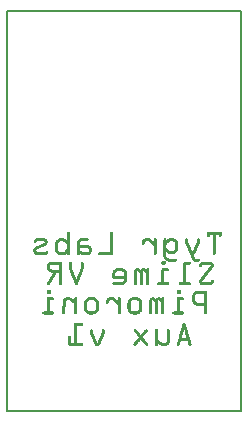
<source format=gbo>
G04 MADE WITH FRITZING*
G04 WWW.FRITZING.ORG*
G04 DOUBLE SIDED*
G04 HOLES PLATED*
G04 CONTOUR ON CENTER OF CONTOUR VECTOR*
%ASAXBY*%
%FSLAX23Y23*%
%MOIN*%
%OFA0B0*%
%SFA1.0B1.0*%
%ADD10R,0.787402X1.338580X0.771402X1.322580*%
%ADD11C,0.008000*%
%ADD12R,0.001000X0.001000*%
%LNSILK0*%
G90*
G70*
G54D11*
X4Y1335D02*
X783Y1335D01*
X783Y4D01*
X4Y4D01*
X4Y1335D01*
D02*
G54D12*
X206Y599D02*
X210Y599D01*
X351Y599D02*
X355Y599D01*
X670Y599D02*
X719Y599D01*
X205Y598D02*
X212Y598D01*
X349Y598D02*
X356Y598D01*
X670Y598D02*
X719Y598D01*
X204Y597D02*
X212Y597D01*
X349Y597D02*
X357Y597D01*
X670Y597D02*
X719Y597D01*
X204Y596D02*
X213Y596D01*
X348Y596D02*
X357Y596D01*
X670Y596D02*
X719Y596D01*
X204Y595D02*
X213Y595D01*
X348Y595D02*
X357Y595D01*
X670Y595D02*
X719Y595D01*
X204Y594D02*
X213Y594D01*
X348Y594D02*
X357Y594D01*
X670Y594D02*
X719Y594D01*
X204Y593D02*
X213Y593D01*
X348Y593D02*
X357Y593D01*
X670Y593D02*
X719Y593D01*
X204Y592D02*
X213Y592D01*
X348Y592D02*
X357Y592D01*
X670Y592D02*
X719Y592D01*
X204Y591D02*
X213Y591D01*
X348Y591D02*
X357Y591D01*
X670Y591D02*
X719Y591D01*
X204Y590D02*
X213Y590D01*
X348Y590D02*
X357Y590D01*
X670Y590D02*
X719Y590D01*
X204Y589D02*
X213Y589D01*
X348Y589D02*
X357Y589D01*
X670Y589D02*
X679Y589D01*
X690Y589D02*
X699Y589D01*
X710Y589D02*
X719Y589D01*
X204Y588D02*
X213Y588D01*
X348Y588D02*
X357Y588D01*
X670Y588D02*
X679Y588D01*
X690Y588D02*
X699Y588D01*
X710Y588D02*
X719Y588D01*
X204Y587D02*
X213Y587D01*
X348Y587D02*
X357Y587D01*
X670Y587D02*
X679Y587D01*
X690Y587D02*
X699Y587D01*
X710Y587D02*
X719Y587D01*
X204Y586D02*
X213Y586D01*
X348Y586D02*
X357Y586D01*
X670Y586D02*
X679Y586D01*
X690Y586D02*
X699Y586D01*
X710Y586D02*
X719Y586D01*
X204Y585D02*
X213Y585D01*
X348Y585D02*
X357Y585D01*
X670Y585D02*
X679Y585D01*
X690Y585D02*
X699Y585D01*
X710Y585D02*
X718Y585D01*
X204Y584D02*
X213Y584D01*
X348Y584D02*
X357Y584D01*
X670Y584D02*
X678Y584D01*
X690Y584D02*
X699Y584D01*
X710Y584D02*
X718Y584D01*
X204Y583D02*
X213Y583D01*
X348Y583D02*
X357Y583D01*
X671Y583D02*
X678Y583D01*
X690Y583D02*
X699Y583D01*
X711Y583D02*
X717Y583D01*
X204Y582D02*
X213Y582D01*
X348Y582D02*
X357Y582D01*
X672Y582D02*
X676Y582D01*
X690Y582D02*
X699Y582D01*
X712Y582D02*
X716Y582D01*
X204Y581D02*
X213Y581D01*
X348Y581D02*
X357Y581D01*
X690Y581D02*
X699Y581D01*
X204Y580D02*
X213Y580D01*
X348Y580D02*
X357Y580D01*
X690Y580D02*
X699Y580D01*
X204Y579D02*
X213Y579D01*
X348Y579D02*
X357Y579D01*
X690Y579D02*
X699Y579D01*
X102Y578D02*
X130Y578D01*
X178Y578D02*
X193Y578D01*
X204Y578D02*
X213Y578D01*
X248Y578D02*
X272Y578D01*
X348Y578D02*
X357Y578D01*
X464Y578D02*
X480Y578D01*
X495Y578D02*
X499Y578D01*
X528Y578D02*
X532Y578D01*
X545Y578D02*
X560Y578D01*
X600Y578D02*
X604Y578D01*
X640Y578D02*
X644Y578D01*
X690Y578D02*
X699Y578D01*
X99Y577D02*
X133Y577D01*
X176Y577D02*
X196Y577D01*
X204Y577D02*
X213Y577D01*
X246Y577D02*
X274Y577D01*
X348Y577D02*
X357Y577D01*
X461Y577D02*
X481Y577D01*
X494Y577D02*
X500Y577D01*
X527Y577D02*
X533Y577D01*
X542Y577D02*
X562Y577D01*
X599Y577D02*
X605Y577D01*
X639Y577D02*
X645Y577D01*
X690Y577D02*
X699Y577D01*
X98Y576D02*
X134Y576D01*
X174Y576D02*
X198Y576D01*
X204Y576D02*
X213Y576D01*
X244Y576D02*
X274Y576D01*
X348Y576D02*
X357Y576D01*
X460Y576D02*
X482Y576D01*
X493Y576D02*
X501Y576D01*
X526Y576D02*
X534Y576D01*
X541Y576D02*
X564Y576D01*
X598Y576D02*
X606Y576D01*
X638Y576D02*
X646Y576D01*
X690Y576D02*
X699Y576D01*
X96Y575D02*
X135Y575D01*
X173Y575D02*
X199Y575D01*
X204Y575D02*
X213Y575D01*
X243Y575D02*
X275Y575D01*
X348Y575D02*
X357Y575D01*
X458Y575D02*
X483Y575D01*
X493Y575D02*
X502Y575D01*
X526Y575D02*
X534Y575D01*
X539Y575D02*
X565Y575D01*
X598Y575D02*
X606Y575D01*
X638Y575D02*
X646Y575D01*
X690Y575D02*
X699Y575D01*
X95Y574D02*
X136Y574D01*
X172Y574D02*
X201Y574D01*
X204Y574D02*
X213Y574D01*
X242Y574D02*
X275Y574D01*
X348Y574D02*
X357Y574D01*
X457Y574D02*
X484Y574D01*
X493Y574D02*
X502Y574D01*
X525Y574D02*
X534Y574D01*
X538Y574D02*
X566Y574D01*
X598Y574D02*
X607Y574D01*
X637Y574D02*
X646Y574D01*
X690Y574D02*
X699Y574D01*
X94Y573D02*
X137Y573D01*
X171Y573D02*
X202Y573D01*
X204Y573D02*
X213Y573D01*
X241Y573D02*
X275Y573D01*
X348Y573D02*
X357Y573D01*
X456Y573D02*
X486Y573D01*
X493Y573D02*
X502Y573D01*
X525Y573D02*
X534Y573D01*
X537Y573D02*
X568Y573D01*
X598Y573D02*
X607Y573D01*
X637Y573D02*
X646Y573D01*
X690Y573D02*
X699Y573D01*
X94Y572D02*
X138Y572D01*
X169Y572D02*
X213Y572D01*
X240Y572D02*
X275Y572D01*
X348Y572D02*
X357Y572D01*
X456Y572D02*
X487Y572D01*
X493Y572D02*
X502Y572D01*
X525Y572D02*
X569Y572D01*
X598Y572D02*
X607Y572D01*
X637Y572D02*
X646Y572D01*
X690Y572D02*
X699Y572D01*
X93Y571D02*
X138Y571D01*
X168Y571D02*
X213Y571D01*
X240Y571D02*
X274Y571D01*
X348Y571D02*
X357Y571D01*
X455Y571D02*
X488Y571D01*
X493Y571D02*
X502Y571D01*
X525Y571D02*
X570Y571D01*
X598Y571D02*
X607Y571D01*
X637Y571D02*
X646Y571D01*
X690Y571D02*
X699Y571D01*
X93Y570D02*
X139Y570D01*
X167Y570D02*
X213Y570D01*
X239Y570D02*
X274Y570D01*
X348Y570D02*
X357Y570D01*
X455Y570D02*
X489Y570D01*
X493Y570D02*
X502Y570D01*
X525Y570D02*
X571Y570D01*
X598Y570D02*
X607Y570D01*
X637Y570D02*
X646Y570D01*
X690Y570D02*
X699Y570D01*
X93Y569D02*
X139Y569D01*
X167Y569D02*
X213Y569D01*
X239Y569D02*
X272Y569D01*
X348Y569D02*
X357Y569D01*
X454Y569D02*
X490Y569D01*
X493Y569D02*
X502Y569D01*
X525Y569D02*
X571Y569D01*
X598Y569D02*
X607Y569D01*
X637Y569D02*
X646Y569D01*
X690Y569D02*
X699Y569D01*
X93Y568D02*
X103Y568D01*
X129Y568D02*
X139Y568D01*
X166Y568D02*
X180Y568D01*
X192Y568D02*
X213Y568D01*
X238Y568D02*
X249Y568D01*
X348Y568D02*
X357Y568D01*
X454Y568D02*
X465Y568D01*
X477Y568D02*
X502Y568D01*
X525Y568D02*
X546Y568D01*
X559Y568D02*
X572Y568D01*
X598Y568D02*
X607Y568D01*
X637Y568D02*
X646Y568D01*
X690Y568D02*
X699Y568D01*
X94Y567D02*
X102Y567D01*
X130Y567D02*
X139Y567D01*
X165Y567D02*
X178Y567D01*
X194Y567D02*
X213Y567D01*
X238Y567D02*
X248Y567D01*
X348Y567D02*
X357Y567D01*
X453Y567D02*
X464Y567D01*
X478Y567D02*
X502Y567D01*
X525Y567D02*
X544Y567D01*
X560Y567D02*
X573Y567D01*
X598Y567D02*
X607Y567D01*
X637Y567D02*
X646Y567D01*
X690Y567D02*
X699Y567D01*
X94Y566D02*
X100Y566D01*
X130Y566D02*
X139Y566D01*
X165Y566D02*
X177Y566D01*
X195Y566D02*
X213Y566D01*
X238Y566D02*
X247Y566D01*
X348Y566D02*
X357Y566D01*
X453Y566D02*
X463Y566D01*
X479Y566D02*
X502Y566D01*
X525Y566D02*
X543Y566D01*
X561Y566D02*
X573Y566D01*
X598Y566D02*
X607Y566D01*
X637Y566D02*
X646Y566D01*
X690Y566D02*
X699Y566D01*
X95Y565D02*
X99Y565D01*
X130Y565D02*
X139Y565D01*
X165Y565D02*
X176Y565D01*
X196Y565D02*
X213Y565D01*
X238Y565D02*
X247Y565D01*
X348Y565D02*
X357Y565D01*
X453Y565D02*
X462Y565D01*
X480Y565D02*
X502Y565D01*
X525Y565D02*
X542Y565D01*
X563Y565D02*
X574Y565D01*
X598Y565D02*
X607Y565D01*
X637Y565D02*
X646Y565D01*
X690Y565D02*
X699Y565D01*
X130Y564D02*
X139Y564D01*
X164Y564D02*
X175Y564D01*
X197Y564D02*
X213Y564D01*
X238Y564D02*
X247Y564D01*
X348Y564D02*
X357Y564D01*
X453Y564D02*
X462Y564D01*
X481Y564D02*
X502Y564D01*
X525Y564D02*
X541Y564D01*
X564Y564D02*
X574Y564D01*
X598Y564D02*
X608Y564D01*
X636Y564D02*
X646Y564D01*
X690Y564D02*
X699Y564D01*
X128Y563D02*
X139Y563D01*
X164Y563D02*
X174Y563D01*
X198Y563D02*
X213Y563D01*
X238Y563D02*
X247Y563D01*
X348Y563D02*
X357Y563D01*
X453Y563D02*
X462Y563D01*
X483Y563D02*
X502Y563D01*
X525Y563D02*
X540Y563D01*
X564Y563D02*
X574Y563D01*
X598Y563D02*
X608Y563D01*
X636Y563D02*
X646Y563D01*
X690Y563D02*
X699Y563D01*
X126Y562D02*
X139Y562D01*
X164Y562D02*
X173Y562D01*
X200Y562D02*
X213Y562D01*
X238Y562D02*
X247Y562D01*
X348Y562D02*
X357Y562D01*
X453Y562D02*
X462Y562D01*
X484Y562D02*
X502Y562D01*
X525Y562D02*
X539Y562D01*
X565Y562D02*
X574Y562D01*
X599Y562D02*
X609Y562D01*
X635Y562D02*
X645Y562D01*
X690Y562D02*
X699Y562D01*
X124Y561D02*
X138Y561D01*
X164Y561D02*
X173Y561D01*
X201Y561D02*
X213Y561D01*
X237Y561D02*
X247Y561D01*
X348Y561D02*
X357Y561D01*
X453Y561D02*
X462Y561D01*
X485Y561D02*
X502Y561D01*
X525Y561D02*
X537Y561D01*
X565Y561D02*
X574Y561D01*
X599Y561D02*
X609Y561D01*
X635Y561D02*
X645Y561D01*
X690Y561D02*
X699Y561D01*
X121Y560D02*
X138Y560D01*
X164Y560D02*
X173Y560D01*
X202Y560D02*
X213Y560D01*
X237Y560D02*
X247Y560D01*
X348Y560D02*
X357Y560D01*
X453Y560D02*
X462Y560D01*
X486Y560D02*
X502Y560D01*
X525Y560D02*
X536Y560D01*
X565Y560D02*
X574Y560D01*
X599Y560D02*
X609Y560D01*
X635Y560D02*
X645Y560D01*
X690Y560D02*
X699Y560D01*
X119Y559D02*
X137Y559D01*
X164Y559D02*
X173Y559D01*
X203Y559D02*
X213Y559D01*
X237Y559D02*
X247Y559D01*
X348Y559D02*
X357Y559D01*
X453Y559D02*
X462Y559D01*
X487Y559D02*
X502Y559D01*
X525Y559D02*
X535Y559D01*
X565Y559D02*
X574Y559D01*
X600Y559D02*
X610Y559D01*
X634Y559D02*
X644Y559D01*
X690Y559D02*
X699Y559D01*
X117Y558D02*
X137Y558D01*
X164Y558D02*
X173Y558D01*
X203Y558D02*
X213Y558D01*
X237Y558D02*
X247Y558D01*
X348Y558D02*
X357Y558D01*
X454Y558D02*
X461Y558D01*
X488Y558D02*
X502Y558D01*
X525Y558D02*
X535Y558D01*
X565Y558D02*
X574Y558D01*
X600Y558D02*
X610Y558D01*
X634Y558D02*
X644Y558D01*
X690Y558D02*
X699Y558D01*
X114Y557D02*
X136Y557D01*
X164Y557D02*
X173Y557D01*
X204Y557D02*
X213Y557D01*
X237Y557D02*
X274Y557D01*
X348Y557D02*
X357Y557D01*
X455Y557D02*
X460Y557D01*
X490Y557D02*
X502Y557D01*
X525Y557D02*
X534Y557D01*
X565Y557D02*
X574Y557D01*
X601Y557D02*
X611Y557D01*
X633Y557D02*
X643Y557D01*
X690Y557D02*
X699Y557D01*
X112Y556D02*
X135Y556D01*
X164Y556D02*
X173Y556D01*
X204Y556D02*
X213Y556D01*
X237Y556D02*
X277Y556D01*
X348Y556D02*
X357Y556D01*
X457Y556D02*
X458Y556D01*
X491Y556D02*
X502Y556D01*
X525Y556D02*
X534Y556D01*
X565Y556D02*
X574Y556D01*
X601Y556D02*
X611Y556D01*
X633Y556D02*
X643Y556D01*
X690Y556D02*
X699Y556D01*
X110Y555D02*
X133Y555D01*
X164Y555D02*
X173Y555D01*
X204Y555D02*
X213Y555D01*
X237Y555D02*
X278Y555D01*
X348Y555D02*
X357Y555D01*
X492Y555D02*
X502Y555D01*
X525Y555D02*
X534Y555D01*
X565Y555D02*
X574Y555D01*
X602Y555D02*
X612Y555D01*
X632Y555D02*
X642Y555D01*
X690Y555D02*
X699Y555D01*
X107Y554D02*
X132Y554D01*
X164Y554D02*
X173Y554D01*
X204Y554D02*
X213Y554D01*
X237Y554D02*
X280Y554D01*
X348Y554D02*
X357Y554D01*
X493Y554D02*
X502Y554D01*
X525Y554D02*
X534Y554D01*
X565Y554D02*
X574Y554D01*
X602Y554D02*
X612Y554D01*
X632Y554D02*
X642Y554D01*
X690Y554D02*
X699Y554D01*
X105Y553D02*
X129Y553D01*
X164Y553D02*
X173Y553D01*
X204Y553D02*
X213Y553D01*
X237Y553D02*
X281Y553D01*
X348Y553D02*
X357Y553D01*
X493Y553D02*
X502Y553D01*
X525Y553D02*
X534Y553D01*
X565Y553D02*
X574Y553D01*
X602Y553D02*
X613Y553D01*
X632Y553D02*
X642Y553D01*
X690Y553D02*
X699Y553D01*
X103Y552D02*
X127Y552D01*
X164Y552D02*
X173Y552D01*
X204Y552D02*
X213Y552D01*
X237Y552D02*
X282Y552D01*
X348Y552D02*
X357Y552D01*
X493Y552D02*
X502Y552D01*
X525Y552D02*
X534Y552D01*
X565Y552D02*
X574Y552D01*
X603Y552D02*
X613Y552D01*
X631Y552D02*
X641Y552D01*
X690Y552D02*
X699Y552D01*
X101Y551D02*
X125Y551D01*
X164Y551D02*
X173Y551D01*
X204Y551D02*
X213Y551D01*
X237Y551D02*
X282Y551D01*
X348Y551D02*
X357Y551D01*
X493Y551D02*
X502Y551D01*
X525Y551D02*
X534Y551D01*
X565Y551D02*
X574Y551D01*
X603Y551D02*
X613Y551D01*
X631Y551D02*
X641Y551D01*
X690Y551D02*
X699Y551D01*
X99Y550D02*
X122Y550D01*
X164Y550D02*
X173Y550D01*
X204Y550D02*
X213Y550D01*
X237Y550D02*
X283Y550D01*
X348Y550D02*
X357Y550D01*
X493Y550D02*
X502Y550D01*
X525Y550D02*
X534Y550D01*
X565Y550D02*
X574Y550D01*
X604Y550D02*
X614Y550D01*
X630Y550D02*
X640Y550D01*
X690Y550D02*
X699Y550D01*
X97Y549D02*
X120Y549D01*
X164Y549D02*
X173Y549D01*
X204Y549D02*
X213Y549D01*
X237Y549D02*
X284Y549D01*
X348Y549D02*
X357Y549D01*
X493Y549D02*
X502Y549D01*
X525Y549D02*
X534Y549D01*
X565Y549D02*
X574Y549D01*
X604Y549D02*
X614Y549D01*
X630Y549D02*
X640Y549D01*
X690Y549D02*
X699Y549D01*
X96Y548D02*
X118Y548D01*
X164Y548D02*
X173Y548D01*
X204Y548D02*
X213Y548D01*
X237Y548D02*
X284Y548D01*
X348Y548D02*
X357Y548D01*
X493Y548D02*
X502Y548D01*
X525Y548D02*
X534Y548D01*
X565Y548D02*
X574Y548D01*
X605Y548D02*
X615Y548D01*
X629Y548D02*
X639Y548D01*
X690Y548D02*
X699Y548D01*
X96Y547D02*
X115Y547D01*
X164Y547D02*
X173Y547D01*
X204Y547D02*
X213Y547D01*
X237Y547D02*
X249Y547D01*
X273Y547D02*
X284Y547D01*
X348Y547D02*
X357Y547D01*
X493Y547D02*
X502Y547D01*
X525Y547D02*
X535Y547D01*
X565Y547D02*
X574Y547D01*
X605Y547D02*
X615Y547D01*
X629Y547D02*
X639Y547D01*
X690Y547D02*
X699Y547D01*
X95Y546D02*
X113Y546D01*
X164Y546D02*
X173Y546D01*
X204Y546D02*
X213Y546D01*
X237Y546D02*
X248Y546D01*
X274Y546D02*
X285Y546D01*
X348Y546D02*
X357Y546D01*
X493Y546D02*
X502Y546D01*
X525Y546D02*
X535Y546D01*
X565Y546D02*
X574Y546D01*
X606Y546D02*
X616Y546D01*
X628Y546D02*
X638Y546D01*
X690Y546D02*
X699Y546D01*
X94Y545D02*
X111Y545D01*
X164Y545D02*
X173Y545D01*
X204Y545D02*
X213Y545D01*
X237Y545D02*
X247Y545D01*
X275Y545D02*
X285Y545D01*
X348Y545D02*
X357Y545D01*
X493Y545D02*
X502Y545D01*
X525Y545D02*
X536Y545D01*
X565Y545D02*
X574Y545D01*
X606Y545D02*
X616Y545D01*
X628Y545D02*
X638Y545D01*
X690Y545D02*
X699Y545D01*
X94Y544D02*
X108Y544D01*
X164Y544D02*
X173Y544D01*
X204Y544D02*
X213Y544D01*
X237Y544D02*
X246Y544D01*
X276Y544D02*
X285Y544D01*
X348Y544D02*
X357Y544D01*
X493Y544D02*
X502Y544D01*
X525Y544D02*
X537Y544D01*
X565Y544D02*
X574Y544D01*
X606Y544D02*
X617Y544D01*
X628Y544D02*
X638Y544D01*
X690Y544D02*
X699Y544D01*
X93Y543D02*
X106Y543D01*
X164Y543D02*
X173Y543D01*
X204Y543D02*
X213Y543D01*
X237Y543D02*
X246Y543D01*
X276Y543D02*
X285Y543D01*
X348Y543D02*
X357Y543D01*
X493Y543D02*
X502Y543D01*
X525Y543D02*
X538Y543D01*
X565Y543D02*
X574Y543D01*
X607Y543D02*
X617Y543D01*
X627Y543D02*
X637Y543D01*
X690Y543D02*
X699Y543D01*
X93Y542D02*
X104Y542D01*
X164Y542D02*
X173Y542D01*
X203Y542D02*
X213Y542D01*
X237Y542D02*
X246Y542D01*
X276Y542D02*
X285Y542D01*
X348Y542D02*
X357Y542D01*
X493Y542D02*
X502Y542D01*
X525Y542D02*
X539Y542D01*
X565Y542D02*
X574Y542D01*
X607Y542D02*
X617Y542D01*
X627Y542D02*
X637Y542D01*
X690Y542D02*
X699Y542D01*
X92Y541D02*
X103Y541D01*
X164Y541D02*
X173Y541D01*
X202Y541D02*
X213Y541D01*
X237Y541D02*
X246Y541D01*
X276Y541D02*
X285Y541D01*
X348Y541D02*
X357Y541D01*
X493Y541D02*
X502Y541D01*
X525Y541D02*
X541Y541D01*
X564Y541D02*
X574Y541D01*
X608Y541D02*
X618Y541D01*
X626Y541D02*
X636Y541D01*
X690Y541D02*
X699Y541D01*
X92Y540D02*
X102Y540D01*
X164Y540D02*
X173Y540D01*
X201Y540D02*
X213Y540D01*
X237Y540D02*
X246Y540D01*
X276Y540D02*
X285Y540D01*
X348Y540D02*
X357Y540D01*
X493Y540D02*
X502Y540D01*
X525Y540D02*
X542Y540D01*
X563Y540D02*
X573Y540D01*
X608Y540D02*
X618Y540D01*
X626Y540D02*
X636Y540D01*
X690Y540D02*
X699Y540D01*
X92Y539D02*
X101Y539D01*
X164Y539D02*
X173Y539D01*
X200Y539D02*
X213Y539D01*
X237Y539D02*
X246Y539D01*
X276Y539D02*
X285Y539D01*
X348Y539D02*
X357Y539D01*
X493Y539D02*
X502Y539D01*
X525Y539D02*
X543Y539D01*
X562Y539D02*
X573Y539D01*
X609Y539D02*
X619Y539D01*
X625Y539D02*
X635Y539D01*
X690Y539D02*
X699Y539D01*
X92Y538D02*
X101Y538D01*
X164Y538D02*
X174Y538D01*
X199Y538D02*
X213Y538D01*
X237Y538D02*
X246Y538D01*
X276Y538D02*
X285Y538D01*
X348Y538D02*
X357Y538D01*
X493Y538D02*
X502Y538D01*
X525Y538D02*
X544Y538D01*
X561Y538D02*
X573Y538D01*
X609Y538D02*
X619Y538D01*
X625Y538D02*
X635Y538D01*
X690Y538D02*
X699Y538D01*
X92Y537D02*
X101Y537D01*
X164Y537D02*
X174Y537D01*
X198Y537D02*
X213Y537D01*
X237Y537D02*
X248Y537D01*
X276Y537D02*
X285Y537D01*
X348Y537D02*
X357Y537D01*
X493Y537D02*
X502Y537D01*
X525Y537D02*
X545Y537D01*
X559Y537D02*
X572Y537D01*
X609Y537D02*
X620Y537D01*
X625Y537D02*
X634Y537D01*
X690Y537D02*
X699Y537D01*
X92Y536D02*
X101Y536D01*
X136Y536D02*
X137Y536D01*
X164Y536D02*
X175Y536D01*
X197Y536D02*
X213Y536D01*
X237Y536D02*
X250Y536D01*
X276Y536D02*
X285Y536D01*
X348Y536D02*
X357Y536D01*
X493Y536D02*
X502Y536D01*
X525Y536D02*
X572Y536D01*
X610Y536D02*
X634Y536D01*
X690Y536D02*
X699Y536D01*
X92Y535D02*
X102Y535D01*
X133Y535D02*
X139Y535D01*
X165Y535D02*
X176Y535D01*
X196Y535D02*
X213Y535D01*
X237Y535D02*
X252Y535D01*
X276Y535D02*
X285Y535D01*
X348Y535D02*
X357Y535D01*
X493Y535D02*
X502Y535D01*
X525Y535D02*
X571Y535D01*
X610Y535D02*
X634Y535D01*
X690Y535D02*
X699Y535D01*
X92Y534D02*
X102Y534D01*
X132Y534D02*
X140Y534D01*
X165Y534D02*
X177Y534D01*
X194Y534D02*
X213Y534D01*
X237Y534D02*
X253Y534D01*
X275Y534D02*
X285Y534D01*
X348Y534D02*
X357Y534D01*
X493Y534D02*
X502Y534D01*
X525Y534D02*
X570Y534D01*
X611Y534D02*
X633Y534D01*
X690Y534D02*
X699Y534D01*
X93Y533D02*
X103Y533D01*
X130Y533D02*
X140Y533D01*
X166Y533D02*
X179Y533D01*
X193Y533D02*
X213Y533D01*
X236Y533D02*
X255Y533D01*
X274Y533D02*
X285Y533D01*
X348Y533D02*
X357Y533D01*
X493Y533D02*
X502Y533D01*
X525Y533D02*
X569Y533D01*
X611Y533D02*
X633Y533D01*
X690Y533D02*
X699Y533D01*
X93Y532D02*
X106Y532D01*
X127Y532D02*
X140Y532D01*
X166Y532D02*
X181Y532D01*
X190Y532D02*
X213Y532D01*
X236Y532D02*
X257Y532D01*
X271Y532D02*
X284Y532D01*
X348Y532D02*
X357Y532D01*
X493Y532D02*
X502Y532D01*
X525Y532D02*
X534Y532D01*
X536Y532D02*
X568Y532D01*
X612Y532D02*
X632Y532D01*
X690Y532D02*
X699Y532D01*
X93Y531D02*
X140Y531D01*
X167Y531D02*
X213Y531D01*
X236Y531D02*
X284Y531D01*
X311Y531D02*
X357Y531D01*
X493Y531D02*
X502Y531D01*
X525Y531D02*
X534Y531D01*
X538Y531D02*
X567Y531D01*
X612Y531D02*
X632Y531D01*
X690Y531D02*
X699Y531D01*
X94Y530D02*
X140Y530D01*
X168Y530D02*
X213Y530D01*
X236Y530D02*
X283Y530D01*
X310Y530D02*
X357Y530D01*
X493Y530D02*
X502Y530D01*
X525Y530D02*
X534Y530D01*
X539Y530D02*
X566Y530D01*
X613Y530D02*
X631Y530D01*
X690Y530D02*
X699Y530D01*
X94Y529D02*
X140Y529D01*
X169Y529D02*
X213Y529D01*
X236Y529D02*
X283Y529D01*
X309Y529D02*
X357Y529D01*
X493Y529D02*
X502Y529D01*
X525Y529D02*
X534Y529D01*
X540Y529D02*
X564Y529D01*
X613Y529D02*
X631Y529D01*
X690Y529D02*
X699Y529D01*
X95Y528D02*
X139Y528D01*
X170Y528D02*
X213Y528D01*
X236Y528D02*
X282Y528D01*
X309Y528D02*
X357Y528D01*
X493Y528D02*
X502Y528D01*
X525Y528D02*
X534Y528D01*
X542Y528D02*
X563Y528D01*
X613Y528D02*
X630Y528D01*
X690Y528D02*
X699Y528D01*
X96Y527D02*
X138Y527D01*
X171Y527D02*
X201Y527D01*
X204Y527D02*
X213Y527D01*
X236Y527D02*
X281Y527D01*
X309Y527D02*
X357Y527D01*
X493Y527D02*
X502Y527D01*
X525Y527D02*
X534Y527D01*
X544Y527D02*
X561Y527D01*
X614Y527D02*
X629Y527D01*
X690Y527D02*
X699Y527D01*
X97Y526D02*
X137Y526D01*
X172Y526D02*
X200Y526D01*
X204Y526D02*
X213Y526D01*
X236Y526D02*
X245Y526D01*
X248Y526D02*
X280Y526D01*
X309Y526D02*
X357Y526D01*
X493Y526D02*
X502Y526D01*
X525Y526D02*
X534Y526D01*
X614Y526D02*
X625Y526D01*
X690Y526D02*
X699Y526D01*
X98Y525D02*
X136Y525D01*
X174Y525D02*
X199Y525D01*
X204Y525D02*
X212Y525D01*
X237Y525D02*
X245Y525D01*
X250Y525D02*
X279Y525D01*
X309Y525D02*
X357Y525D01*
X493Y525D02*
X501Y525D01*
X525Y525D02*
X534Y525D01*
X615Y525D02*
X625Y525D01*
X690Y525D02*
X698Y525D01*
X100Y524D02*
X134Y524D01*
X175Y524D02*
X197Y524D01*
X205Y524D02*
X212Y524D01*
X237Y524D02*
X244Y524D01*
X251Y524D02*
X278Y524D01*
X310Y524D02*
X357Y524D01*
X494Y524D02*
X501Y524D01*
X525Y524D02*
X534Y524D01*
X615Y524D02*
X625Y524D01*
X691Y524D02*
X698Y524D01*
X101Y523D02*
X131Y523D01*
X177Y523D02*
X195Y523D01*
X206Y523D02*
X211Y523D01*
X238Y523D02*
X243Y523D01*
X253Y523D02*
X276Y523D01*
X311Y523D02*
X357Y523D01*
X495Y523D02*
X500Y523D01*
X525Y523D02*
X534Y523D01*
X616Y523D02*
X626Y523D01*
X692Y523D02*
X697Y523D01*
X106Y522D02*
X126Y522D01*
X181Y522D02*
X190Y522D01*
X208Y522D02*
X208Y522D01*
X241Y522D02*
X241Y522D01*
X255Y522D02*
X271Y522D01*
X313Y522D02*
X357Y522D01*
X497Y522D02*
X497Y522D01*
X525Y522D02*
X534Y522D01*
X616Y522D02*
X626Y522D01*
X694Y522D02*
X694Y522D01*
X525Y521D02*
X534Y521D01*
X616Y521D02*
X627Y521D01*
X525Y520D02*
X534Y520D01*
X617Y520D02*
X627Y520D01*
X525Y519D02*
X534Y519D01*
X617Y519D02*
X627Y519D01*
X525Y518D02*
X534Y518D01*
X618Y518D02*
X628Y518D01*
X525Y517D02*
X535Y517D01*
X618Y517D02*
X628Y517D01*
X526Y516D02*
X535Y516D01*
X619Y516D02*
X629Y516D01*
X526Y515D02*
X536Y515D01*
X619Y515D02*
X629Y515D01*
X526Y514D02*
X537Y514D01*
X620Y514D02*
X630Y514D01*
X527Y513D02*
X539Y513D01*
X620Y513D02*
X630Y513D01*
X527Y512D02*
X540Y512D01*
X620Y512D02*
X631Y512D01*
X528Y511D02*
X542Y511D01*
X621Y511D02*
X631Y511D01*
X528Y510D02*
X567Y510D01*
X621Y510D02*
X644Y510D01*
X529Y509D02*
X568Y509D01*
X622Y509D02*
X645Y509D01*
X530Y508D02*
X569Y508D01*
X622Y508D02*
X646Y508D01*
X531Y507D02*
X569Y507D01*
X623Y507D02*
X646Y507D01*
X532Y506D02*
X569Y506D01*
X623Y506D02*
X646Y506D01*
X533Y505D02*
X569Y505D01*
X623Y505D02*
X646Y505D01*
X522Y504D02*
X531Y504D01*
X535Y504D02*
X569Y504D01*
X624Y504D02*
X646Y504D01*
X521Y503D02*
X532Y503D01*
X536Y503D02*
X568Y503D01*
X624Y503D02*
X645Y503D01*
X520Y502D02*
X533Y502D01*
X538Y502D02*
X567Y502D01*
X625Y502D02*
X645Y502D01*
X520Y501D02*
X533Y501D01*
X541Y501D02*
X566Y501D01*
X627Y501D02*
X643Y501D01*
X150Y500D02*
X187Y500D01*
X214Y500D02*
X216Y500D01*
X253Y500D02*
X256Y500D01*
X519Y500D02*
X533Y500D01*
X595Y500D02*
X612Y500D01*
X654Y500D02*
X684Y500D01*
X147Y499D02*
X187Y499D01*
X212Y499D02*
X218Y499D01*
X252Y499D02*
X258Y499D01*
X519Y499D02*
X533Y499D01*
X593Y499D02*
X614Y499D01*
X652Y499D02*
X687Y499D01*
X145Y498D02*
X187Y498D01*
X211Y498D02*
X219Y498D01*
X251Y498D02*
X258Y498D01*
X519Y498D02*
X533Y498D01*
X593Y498D02*
X615Y498D01*
X650Y498D02*
X688Y498D01*
X144Y497D02*
X187Y497D01*
X211Y497D02*
X219Y497D01*
X250Y497D02*
X259Y497D01*
X519Y497D02*
X533Y497D01*
X592Y497D02*
X615Y497D01*
X649Y497D02*
X690Y497D01*
X143Y496D02*
X187Y496D01*
X211Y496D02*
X219Y496D01*
X250Y496D02*
X259Y496D01*
X519Y496D02*
X533Y496D01*
X592Y496D02*
X616Y496D01*
X648Y496D02*
X690Y496D01*
X142Y495D02*
X187Y495D01*
X210Y495D02*
X220Y495D01*
X250Y495D02*
X259Y495D01*
X519Y495D02*
X533Y495D01*
X592Y495D02*
X616Y495D01*
X647Y495D02*
X691Y495D01*
X141Y494D02*
X187Y494D01*
X210Y494D02*
X220Y494D01*
X250Y494D02*
X259Y494D01*
X520Y494D02*
X533Y494D01*
X592Y494D02*
X615Y494D01*
X646Y494D02*
X692Y494D01*
X140Y493D02*
X187Y493D01*
X210Y493D02*
X220Y493D01*
X250Y493D02*
X259Y493D01*
X520Y493D02*
X533Y493D01*
X592Y493D02*
X615Y493D01*
X646Y493D02*
X692Y493D01*
X140Y492D02*
X187Y492D01*
X210Y492D02*
X220Y492D01*
X250Y492D02*
X259Y492D01*
X521Y492D02*
X532Y492D01*
X592Y492D02*
X614Y492D01*
X645Y492D02*
X692Y492D01*
X139Y491D02*
X187Y491D01*
X210Y491D02*
X220Y491D01*
X250Y491D02*
X259Y491D01*
X522Y491D02*
X531Y491D01*
X592Y491D02*
X613Y491D01*
X645Y491D02*
X693Y491D01*
X139Y490D02*
X151Y490D01*
X178Y490D02*
X187Y490D01*
X210Y490D02*
X220Y490D01*
X250Y490D02*
X259Y490D01*
X592Y490D02*
X601Y490D01*
X644Y490D02*
X655Y490D01*
X683Y490D02*
X693Y490D01*
X139Y489D02*
X149Y489D01*
X178Y489D02*
X187Y489D01*
X210Y489D02*
X220Y489D01*
X250Y489D02*
X259Y489D01*
X592Y489D02*
X601Y489D01*
X644Y489D02*
X654Y489D01*
X684Y489D02*
X693Y489D01*
X138Y488D02*
X148Y488D01*
X178Y488D02*
X187Y488D01*
X210Y488D02*
X220Y488D01*
X250Y488D02*
X259Y488D01*
X592Y488D02*
X601Y488D01*
X644Y488D02*
X653Y488D01*
X683Y488D02*
X693Y488D01*
X138Y487D02*
X148Y487D01*
X178Y487D02*
X187Y487D01*
X210Y487D02*
X220Y487D01*
X250Y487D02*
X259Y487D01*
X592Y487D02*
X601Y487D01*
X644Y487D02*
X653Y487D01*
X682Y487D02*
X693Y487D01*
X138Y486D02*
X147Y486D01*
X178Y486D02*
X187Y486D01*
X210Y486D02*
X220Y486D01*
X250Y486D02*
X259Y486D01*
X592Y486D02*
X601Y486D01*
X644Y486D02*
X653Y486D01*
X682Y486D02*
X692Y486D01*
X138Y485D02*
X147Y485D01*
X178Y485D02*
X187Y485D01*
X210Y485D02*
X220Y485D01*
X250Y485D02*
X259Y485D01*
X592Y485D02*
X601Y485D01*
X644Y485D02*
X653Y485D01*
X681Y485D02*
X692Y485D01*
X138Y484D02*
X147Y484D01*
X178Y484D02*
X187Y484D01*
X210Y484D02*
X220Y484D01*
X250Y484D02*
X259Y484D01*
X592Y484D02*
X601Y484D01*
X645Y484D02*
X652Y484D01*
X680Y484D02*
X692Y484D01*
X138Y483D02*
X147Y483D01*
X178Y483D02*
X187Y483D01*
X210Y483D02*
X220Y483D01*
X250Y483D02*
X259Y483D01*
X592Y483D02*
X601Y483D01*
X646Y483D02*
X651Y483D01*
X679Y483D02*
X691Y483D01*
X138Y482D02*
X147Y482D01*
X178Y482D02*
X187Y482D01*
X210Y482D02*
X220Y482D01*
X250Y482D02*
X259Y482D01*
X592Y482D02*
X601Y482D01*
X648Y482D02*
X649Y482D01*
X679Y482D02*
X690Y482D01*
X138Y481D02*
X147Y481D01*
X178Y481D02*
X187Y481D01*
X210Y481D02*
X220Y481D01*
X250Y481D02*
X259Y481D01*
X592Y481D02*
X601Y481D01*
X678Y481D02*
X690Y481D01*
X138Y480D02*
X147Y480D01*
X178Y480D02*
X187Y480D01*
X210Y480D02*
X220Y480D01*
X250Y480D02*
X259Y480D01*
X592Y480D02*
X601Y480D01*
X677Y480D02*
X689Y480D01*
X138Y479D02*
X148Y479D01*
X178Y479D02*
X187Y479D01*
X210Y479D02*
X220Y479D01*
X250Y479D02*
X259Y479D01*
X371Y479D02*
X388Y479D01*
X457Y479D02*
X461Y479D01*
X471Y479D02*
X473Y479D01*
X523Y479D02*
X540Y479D01*
X592Y479D02*
X601Y479D01*
X676Y479D02*
X688Y479D01*
X138Y478D02*
X148Y478D01*
X178Y478D02*
X187Y478D01*
X210Y478D02*
X220Y478D01*
X250Y478D02*
X259Y478D01*
X368Y478D02*
X391Y478D01*
X435Y478D02*
X444Y478D01*
X454Y478D02*
X464Y478D01*
X470Y478D02*
X475Y478D01*
X521Y478D02*
X541Y478D01*
X592Y478D02*
X601Y478D01*
X675Y478D02*
X687Y478D01*
X139Y477D02*
X149Y477D01*
X178Y477D02*
X187Y477D01*
X211Y477D02*
X220Y477D01*
X249Y477D02*
X259Y477D01*
X366Y477D02*
X393Y477D01*
X434Y477D02*
X445Y477D01*
X452Y477D02*
X465Y477D01*
X469Y477D02*
X476Y477D01*
X520Y477D02*
X542Y477D01*
X592Y477D02*
X601Y477D01*
X675Y477D02*
X687Y477D01*
X139Y476D02*
X150Y476D01*
X178Y476D02*
X187Y476D01*
X211Y476D02*
X221Y476D01*
X249Y476D02*
X259Y476D01*
X364Y476D02*
X394Y476D01*
X432Y476D02*
X447Y476D01*
X451Y476D02*
X476Y476D01*
X520Y476D02*
X543Y476D01*
X592Y476D02*
X601Y476D01*
X674Y476D02*
X686Y476D01*
X139Y475D02*
X152Y475D01*
X178Y475D02*
X187Y475D01*
X211Y475D02*
X221Y475D01*
X248Y475D02*
X258Y475D01*
X363Y475D02*
X396Y475D01*
X431Y475D02*
X448Y475D01*
X450Y475D02*
X477Y475D01*
X520Y475D02*
X543Y475D01*
X592Y475D02*
X601Y475D01*
X673Y475D02*
X685Y475D01*
X139Y474D02*
X187Y474D01*
X212Y474D02*
X222Y474D01*
X248Y474D02*
X258Y474D01*
X362Y474D02*
X397Y474D01*
X430Y474D02*
X477Y474D01*
X519Y474D02*
X543Y474D01*
X592Y474D02*
X601Y474D01*
X672Y474D02*
X684Y474D01*
X140Y473D02*
X187Y473D01*
X212Y473D02*
X222Y473D01*
X248Y473D02*
X258Y473D01*
X361Y473D02*
X398Y473D01*
X430Y473D02*
X477Y473D01*
X519Y473D02*
X543Y473D01*
X592Y473D02*
X601Y473D01*
X672Y473D02*
X683Y473D01*
X141Y472D02*
X187Y472D01*
X213Y472D02*
X222Y472D01*
X247Y472D02*
X257Y472D01*
X360Y472D02*
X399Y472D01*
X429Y472D02*
X477Y472D01*
X519Y472D02*
X543Y472D01*
X592Y472D02*
X601Y472D01*
X671Y472D02*
X683Y472D01*
X141Y471D02*
X187Y471D01*
X213Y471D02*
X223Y471D01*
X247Y471D02*
X257Y471D01*
X359Y471D02*
X400Y471D01*
X429Y471D02*
X477Y471D01*
X519Y471D02*
X542Y471D01*
X592Y471D02*
X601Y471D01*
X670Y471D02*
X682Y471D01*
X142Y470D02*
X187Y470D01*
X213Y470D02*
X223Y470D01*
X246Y470D02*
X256Y470D01*
X358Y470D02*
X401Y470D01*
X428Y470D02*
X477Y470D01*
X519Y470D02*
X541Y470D01*
X592Y470D02*
X601Y470D01*
X669Y470D02*
X681Y470D01*
X143Y469D02*
X187Y469D01*
X214Y469D02*
X224Y469D01*
X246Y469D02*
X256Y469D01*
X357Y469D02*
X372Y469D01*
X387Y469D02*
X401Y469D01*
X428Y469D02*
X438Y469D01*
X440Y469D02*
X458Y469D01*
X460Y469D02*
X477Y469D01*
X519Y469D02*
X529Y469D01*
X592Y469D02*
X601Y469D01*
X668Y469D02*
X680Y469D01*
X144Y468D02*
X187Y468D01*
X214Y468D02*
X224Y468D01*
X246Y468D02*
X256Y468D01*
X357Y468D02*
X369Y468D01*
X389Y468D02*
X402Y468D01*
X428Y468D02*
X437Y468D01*
X442Y468D02*
X456Y468D01*
X462Y468D02*
X477Y468D01*
X519Y468D02*
X528Y468D01*
X592Y468D02*
X601Y468D01*
X668Y468D02*
X680Y468D01*
X146Y467D02*
X187Y467D01*
X215Y467D02*
X224Y467D01*
X245Y467D02*
X255Y467D01*
X356Y467D02*
X368Y467D01*
X391Y467D02*
X402Y467D01*
X428Y467D02*
X437Y467D01*
X443Y467D02*
X456Y467D01*
X463Y467D02*
X477Y467D01*
X519Y467D02*
X528Y467D01*
X592Y467D02*
X601Y467D01*
X667Y467D02*
X679Y467D01*
X148Y466D02*
X187Y466D01*
X215Y466D02*
X225Y466D01*
X245Y466D02*
X255Y466D01*
X356Y466D02*
X367Y466D01*
X392Y466D02*
X403Y466D01*
X428Y466D02*
X437Y466D01*
X444Y466D02*
X456Y466D01*
X464Y466D02*
X477Y466D01*
X519Y466D02*
X528Y466D01*
X592Y466D02*
X601Y466D01*
X666Y466D02*
X678Y466D01*
X152Y465D02*
X187Y465D01*
X215Y465D02*
X225Y465D01*
X245Y465D02*
X254Y465D01*
X356Y465D02*
X366Y465D01*
X393Y465D02*
X403Y465D01*
X428Y465D02*
X437Y465D01*
X445Y465D02*
X456Y465D01*
X465Y465D02*
X477Y465D01*
X519Y465D02*
X528Y465D01*
X592Y465D02*
X601Y465D01*
X665Y465D02*
X677Y465D01*
X159Y464D02*
X170Y464D01*
X178Y464D02*
X187Y464D01*
X216Y464D02*
X226Y464D01*
X244Y464D02*
X254Y464D01*
X355Y464D02*
X365Y464D01*
X394Y464D02*
X403Y464D01*
X428Y464D02*
X437Y464D01*
X446Y464D02*
X456Y464D01*
X466Y464D02*
X477Y464D01*
X519Y464D02*
X528Y464D01*
X592Y464D02*
X601Y464D01*
X665Y464D02*
X677Y464D01*
X158Y463D02*
X169Y463D01*
X178Y463D02*
X187Y463D01*
X216Y463D02*
X226Y463D01*
X244Y463D02*
X254Y463D01*
X355Y463D02*
X365Y463D01*
X394Y463D02*
X404Y463D01*
X428Y463D02*
X437Y463D01*
X447Y463D02*
X456Y463D01*
X467Y463D02*
X477Y463D01*
X519Y463D02*
X528Y463D01*
X592Y463D02*
X601Y463D01*
X664Y463D02*
X676Y463D01*
X158Y462D02*
X168Y462D01*
X178Y462D02*
X187Y462D01*
X216Y462D02*
X226Y462D01*
X243Y462D02*
X253Y462D01*
X355Y462D02*
X364Y462D01*
X395Y462D02*
X404Y462D01*
X428Y462D02*
X437Y462D01*
X447Y462D02*
X456Y462D01*
X468Y462D02*
X477Y462D01*
X519Y462D02*
X528Y462D01*
X592Y462D02*
X601Y462D01*
X663Y462D02*
X675Y462D01*
X157Y461D02*
X168Y461D01*
X178Y461D02*
X187Y461D01*
X217Y461D02*
X227Y461D01*
X243Y461D02*
X253Y461D01*
X355Y461D02*
X364Y461D01*
X395Y461D02*
X404Y461D01*
X428Y461D02*
X437Y461D01*
X447Y461D02*
X456Y461D01*
X468Y461D02*
X477Y461D01*
X519Y461D02*
X528Y461D01*
X592Y461D02*
X601Y461D01*
X662Y461D02*
X674Y461D01*
X156Y460D02*
X167Y460D01*
X178Y460D02*
X187Y460D01*
X217Y460D02*
X227Y460D01*
X243Y460D02*
X253Y460D01*
X355Y460D02*
X364Y460D01*
X395Y460D02*
X404Y460D01*
X428Y460D02*
X437Y460D01*
X447Y460D02*
X456Y460D01*
X468Y460D02*
X477Y460D01*
X519Y460D02*
X528Y460D01*
X592Y460D02*
X601Y460D01*
X661Y460D02*
X673Y460D01*
X156Y459D02*
X167Y459D01*
X178Y459D02*
X187Y459D01*
X218Y459D02*
X228Y459D01*
X242Y459D02*
X252Y459D01*
X355Y459D02*
X364Y459D01*
X395Y459D02*
X404Y459D01*
X428Y459D02*
X437Y459D01*
X447Y459D02*
X456Y459D01*
X468Y459D02*
X477Y459D01*
X519Y459D02*
X528Y459D01*
X592Y459D02*
X601Y459D01*
X661Y459D02*
X673Y459D01*
X155Y458D02*
X166Y458D01*
X178Y458D02*
X187Y458D01*
X218Y458D02*
X228Y458D01*
X242Y458D02*
X252Y458D01*
X355Y458D02*
X364Y458D01*
X395Y458D02*
X404Y458D01*
X428Y458D02*
X437Y458D01*
X447Y458D02*
X456Y458D01*
X468Y458D02*
X477Y458D01*
X519Y458D02*
X528Y458D01*
X592Y458D02*
X601Y458D01*
X660Y458D02*
X672Y458D01*
X155Y457D02*
X165Y457D01*
X178Y457D02*
X187Y457D01*
X218Y457D02*
X228Y457D01*
X241Y457D02*
X251Y457D01*
X355Y457D02*
X364Y457D01*
X395Y457D02*
X404Y457D01*
X428Y457D02*
X437Y457D01*
X447Y457D02*
X456Y457D01*
X468Y457D02*
X477Y457D01*
X519Y457D02*
X528Y457D01*
X592Y457D02*
X601Y457D01*
X659Y457D02*
X671Y457D01*
X154Y456D02*
X165Y456D01*
X178Y456D02*
X187Y456D01*
X219Y456D02*
X229Y456D01*
X241Y456D02*
X251Y456D01*
X355Y456D02*
X364Y456D01*
X395Y456D02*
X404Y456D01*
X428Y456D02*
X437Y456D01*
X447Y456D02*
X456Y456D01*
X468Y456D02*
X477Y456D01*
X519Y456D02*
X528Y456D01*
X592Y456D02*
X601Y456D01*
X658Y456D02*
X670Y456D01*
X153Y455D02*
X164Y455D01*
X178Y455D02*
X187Y455D01*
X219Y455D02*
X229Y455D01*
X241Y455D02*
X251Y455D01*
X355Y455D02*
X364Y455D01*
X395Y455D02*
X404Y455D01*
X428Y455D02*
X437Y455D01*
X447Y455D02*
X456Y455D01*
X468Y455D02*
X477Y455D01*
X519Y455D02*
X528Y455D01*
X592Y455D02*
X601Y455D01*
X658Y455D02*
X670Y455D01*
X153Y454D02*
X164Y454D01*
X178Y454D02*
X187Y454D01*
X220Y454D02*
X229Y454D01*
X240Y454D02*
X250Y454D01*
X355Y454D02*
X364Y454D01*
X395Y454D02*
X404Y454D01*
X428Y454D02*
X437Y454D01*
X447Y454D02*
X456Y454D01*
X468Y454D02*
X477Y454D01*
X519Y454D02*
X528Y454D01*
X592Y454D02*
X601Y454D01*
X657Y454D02*
X669Y454D01*
X152Y453D02*
X163Y453D01*
X178Y453D02*
X187Y453D01*
X220Y453D02*
X230Y453D01*
X240Y453D02*
X250Y453D01*
X355Y453D02*
X404Y453D01*
X428Y453D02*
X437Y453D01*
X447Y453D02*
X456Y453D01*
X468Y453D02*
X477Y453D01*
X519Y453D02*
X528Y453D01*
X592Y453D02*
X601Y453D01*
X656Y453D02*
X668Y453D01*
X152Y452D02*
X162Y452D01*
X178Y452D02*
X187Y452D01*
X220Y452D02*
X230Y452D01*
X239Y452D02*
X249Y452D01*
X355Y452D02*
X404Y452D01*
X427Y452D02*
X437Y452D01*
X447Y452D02*
X456Y452D01*
X468Y452D02*
X477Y452D01*
X519Y452D02*
X528Y452D01*
X592Y452D02*
X601Y452D01*
X655Y452D02*
X667Y452D01*
X151Y451D02*
X162Y451D01*
X178Y451D02*
X187Y451D01*
X221Y451D02*
X231Y451D01*
X239Y451D02*
X249Y451D01*
X355Y451D02*
X404Y451D01*
X427Y451D02*
X436Y451D01*
X447Y451D02*
X456Y451D01*
X468Y451D02*
X477Y451D01*
X519Y451D02*
X528Y451D01*
X592Y451D02*
X601Y451D01*
X654Y451D02*
X666Y451D01*
X151Y450D02*
X161Y450D01*
X178Y450D02*
X187Y450D01*
X221Y450D02*
X231Y450D01*
X239Y450D02*
X249Y450D01*
X355Y450D02*
X404Y450D01*
X427Y450D02*
X436Y450D01*
X447Y450D02*
X456Y450D01*
X468Y450D02*
X477Y450D01*
X519Y450D02*
X528Y450D01*
X592Y450D02*
X601Y450D01*
X654Y450D02*
X666Y450D01*
X150Y449D02*
X161Y449D01*
X178Y449D02*
X187Y449D01*
X222Y449D02*
X231Y449D01*
X238Y449D02*
X248Y449D01*
X355Y449D02*
X404Y449D01*
X427Y449D02*
X436Y449D01*
X447Y449D02*
X456Y449D01*
X468Y449D02*
X477Y449D01*
X519Y449D02*
X528Y449D01*
X592Y449D02*
X601Y449D01*
X653Y449D02*
X665Y449D01*
X149Y448D02*
X160Y448D01*
X178Y448D02*
X187Y448D01*
X222Y448D02*
X232Y448D01*
X238Y448D02*
X248Y448D01*
X355Y448D02*
X404Y448D01*
X427Y448D02*
X436Y448D01*
X447Y448D02*
X456Y448D01*
X468Y448D02*
X477Y448D01*
X519Y448D02*
X528Y448D01*
X592Y448D02*
X601Y448D01*
X652Y448D02*
X664Y448D01*
X149Y447D02*
X160Y447D01*
X178Y447D02*
X187Y447D01*
X222Y447D02*
X232Y447D01*
X237Y447D02*
X247Y447D01*
X355Y447D02*
X404Y447D01*
X427Y447D02*
X436Y447D01*
X447Y447D02*
X456Y447D01*
X468Y447D02*
X477Y447D01*
X519Y447D02*
X528Y447D01*
X592Y447D02*
X601Y447D01*
X651Y447D02*
X663Y447D01*
X148Y446D02*
X159Y446D01*
X178Y446D02*
X187Y446D01*
X223Y446D02*
X233Y446D01*
X237Y446D02*
X247Y446D01*
X356Y446D02*
X404Y446D01*
X427Y446D02*
X436Y446D01*
X447Y446D02*
X456Y446D01*
X468Y446D02*
X477Y446D01*
X519Y446D02*
X528Y446D01*
X592Y446D02*
X601Y446D01*
X651Y446D02*
X663Y446D01*
X148Y445D02*
X158Y445D01*
X178Y445D02*
X187Y445D01*
X223Y445D02*
X233Y445D01*
X237Y445D02*
X247Y445D01*
X357Y445D02*
X404Y445D01*
X427Y445D02*
X436Y445D01*
X447Y445D02*
X456Y445D01*
X468Y445D02*
X477Y445D01*
X519Y445D02*
X528Y445D01*
X592Y445D02*
X601Y445D01*
X650Y445D02*
X662Y445D01*
X147Y444D02*
X158Y444D01*
X178Y444D02*
X187Y444D01*
X224Y444D02*
X233Y444D01*
X236Y444D02*
X246Y444D01*
X358Y444D02*
X404Y444D01*
X427Y444D02*
X436Y444D01*
X447Y444D02*
X456Y444D01*
X468Y444D02*
X477Y444D01*
X519Y444D02*
X528Y444D01*
X592Y444D02*
X601Y444D01*
X649Y444D02*
X661Y444D01*
X146Y443D02*
X157Y443D01*
X178Y443D02*
X187Y443D01*
X224Y443D02*
X234Y443D01*
X236Y443D02*
X246Y443D01*
X395Y443D02*
X404Y443D01*
X427Y443D02*
X436Y443D01*
X447Y443D02*
X456Y443D01*
X468Y443D02*
X477Y443D01*
X519Y443D02*
X528Y443D01*
X592Y443D02*
X601Y443D01*
X648Y443D02*
X660Y443D01*
X146Y442D02*
X157Y442D01*
X178Y442D02*
X187Y442D01*
X224Y442D02*
X246Y442D01*
X395Y442D02*
X404Y442D01*
X427Y442D02*
X436Y442D01*
X447Y442D02*
X456Y442D01*
X468Y442D02*
X477Y442D01*
X519Y442D02*
X528Y442D01*
X592Y442D02*
X601Y442D01*
X648Y442D02*
X659Y442D01*
X145Y441D02*
X156Y441D01*
X178Y441D02*
X187Y441D01*
X225Y441D02*
X245Y441D01*
X395Y441D02*
X404Y441D01*
X427Y441D02*
X436Y441D01*
X447Y441D02*
X456Y441D01*
X468Y441D02*
X477Y441D01*
X519Y441D02*
X528Y441D01*
X592Y441D02*
X601Y441D01*
X647Y441D02*
X659Y441D01*
X145Y440D02*
X155Y440D01*
X178Y440D02*
X187Y440D01*
X225Y440D02*
X245Y440D01*
X395Y440D02*
X404Y440D01*
X427Y440D02*
X436Y440D01*
X447Y440D02*
X456Y440D01*
X468Y440D02*
X477Y440D01*
X519Y440D02*
X528Y440D01*
X592Y440D02*
X601Y440D01*
X646Y440D02*
X658Y440D01*
X686Y440D02*
X691Y440D01*
X144Y439D02*
X155Y439D01*
X178Y439D02*
X187Y439D01*
X225Y439D02*
X244Y439D01*
X394Y439D02*
X404Y439D01*
X427Y439D02*
X436Y439D01*
X447Y439D02*
X456Y439D01*
X468Y439D02*
X477Y439D01*
X519Y439D02*
X528Y439D01*
X592Y439D02*
X601Y439D01*
X645Y439D02*
X657Y439D01*
X685Y439D02*
X692Y439D01*
X144Y438D02*
X154Y438D01*
X178Y438D02*
X187Y438D01*
X226Y438D02*
X244Y438D01*
X394Y438D02*
X404Y438D01*
X427Y438D02*
X436Y438D01*
X447Y438D02*
X456Y438D01*
X468Y438D02*
X477Y438D01*
X519Y438D02*
X528Y438D01*
X592Y438D02*
X601Y438D01*
X645Y438D02*
X656Y438D01*
X684Y438D02*
X692Y438D01*
X143Y437D02*
X154Y437D01*
X178Y437D02*
X187Y437D01*
X226Y437D02*
X244Y437D01*
X393Y437D02*
X403Y437D01*
X427Y437D02*
X436Y437D01*
X447Y437D02*
X456Y437D01*
X468Y437D02*
X477Y437D01*
X519Y437D02*
X528Y437D01*
X592Y437D02*
X601Y437D01*
X645Y437D02*
X656Y437D01*
X684Y437D02*
X693Y437D01*
X142Y436D02*
X153Y436D01*
X178Y436D02*
X187Y436D01*
X227Y436D02*
X243Y436D01*
X392Y436D02*
X403Y436D01*
X427Y436D02*
X436Y436D01*
X447Y436D02*
X456Y436D01*
X468Y436D02*
X477Y436D01*
X519Y436D02*
X528Y436D01*
X592Y436D02*
X601Y436D01*
X644Y436D02*
X655Y436D01*
X684Y436D02*
X693Y436D01*
X142Y435D02*
X153Y435D01*
X178Y435D02*
X187Y435D01*
X227Y435D02*
X243Y435D01*
X391Y435D02*
X403Y435D01*
X427Y435D02*
X436Y435D01*
X447Y435D02*
X456Y435D01*
X468Y435D02*
X477Y435D01*
X519Y435D02*
X528Y435D01*
X592Y435D02*
X601Y435D01*
X644Y435D02*
X654Y435D01*
X684Y435D02*
X693Y435D01*
X141Y434D02*
X152Y434D01*
X178Y434D02*
X187Y434D01*
X227Y434D02*
X242Y434D01*
X390Y434D02*
X402Y434D01*
X427Y434D02*
X436Y434D01*
X447Y434D02*
X456Y434D01*
X468Y434D02*
X477Y434D01*
X519Y434D02*
X528Y434D01*
X592Y434D02*
X601Y434D01*
X644Y434D02*
X653Y434D01*
X683Y434D02*
X693Y434D01*
X141Y433D02*
X151Y433D01*
X178Y433D02*
X187Y433D01*
X228Y433D02*
X242Y433D01*
X388Y433D02*
X402Y433D01*
X427Y433D02*
X436Y433D01*
X447Y433D02*
X456Y433D01*
X468Y433D02*
X477Y433D01*
X519Y433D02*
X528Y433D01*
X592Y433D02*
X601Y433D01*
X644Y433D02*
X654Y433D01*
X682Y433D02*
X692Y433D01*
X140Y432D02*
X151Y432D01*
X178Y432D02*
X187Y432D01*
X228Y432D02*
X242Y432D01*
X358Y432D02*
X401Y432D01*
X427Y432D02*
X436Y432D01*
X447Y432D02*
X456Y432D01*
X468Y432D02*
X477Y432D01*
X507Y432D02*
X540Y432D01*
X580Y432D02*
X613Y432D01*
X644Y432D02*
X692Y432D01*
X139Y431D02*
X150Y431D01*
X178Y431D02*
X187Y431D01*
X229Y431D02*
X241Y431D01*
X357Y431D02*
X400Y431D01*
X427Y431D02*
X436Y431D01*
X447Y431D02*
X456Y431D01*
X468Y431D02*
X477Y431D01*
X506Y431D02*
X542Y431D01*
X578Y431D02*
X614Y431D01*
X645Y431D02*
X692Y431D01*
X139Y430D02*
X150Y430D01*
X178Y430D02*
X187Y430D01*
X229Y430D02*
X241Y430D01*
X356Y430D02*
X399Y430D01*
X427Y430D02*
X436Y430D01*
X447Y430D02*
X456Y430D01*
X468Y430D02*
X477Y430D01*
X505Y430D02*
X543Y430D01*
X578Y430D02*
X615Y430D01*
X645Y430D02*
X691Y430D01*
X139Y429D02*
X149Y429D01*
X178Y429D02*
X187Y429D01*
X229Y429D02*
X240Y429D01*
X355Y429D02*
X398Y429D01*
X427Y429D02*
X436Y429D01*
X447Y429D02*
X456Y429D01*
X468Y429D02*
X477Y429D01*
X505Y429D02*
X543Y429D01*
X577Y429D02*
X615Y429D01*
X645Y429D02*
X691Y429D01*
X138Y428D02*
X148Y428D01*
X178Y428D02*
X187Y428D01*
X230Y428D02*
X240Y428D01*
X355Y428D02*
X397Y428D01*
X427Y428D02*
X436Y428D01*
X447Y428D02*
X456Y428D01*
X468Y428D02*
X477Y428D01*
X505Y428D02*
X543Y428D01*
X577Y428D02*
X616Y428D01*
X646Y428D02*
X690Y428D01*
X138Y427D02*
X148Y427D01*
X178Y427D02*
X187Y427D01*
X230Y427D02*
X240Y427D01*
X355Y427D02*
X396Y427D01*
X427Y427D02*
X436Y427D01*
X447Y427D02*
X456Y427D01*
X468Y427D02*
X477Y427D01*
X505Y427D02*
X543Y427D01*
X577Y427D02*
X616Y427D01*
X646Y427D02*
X689Y427D01*
X139Y426D02*
X147Y426D01*
X178Y426D02*
X187Y426D01*
X231Y426D02*
X239Y426D01*
X355Y426D02*
X395Y426D01*
X427Y426D02*
X435Y426D01*
X447Y426D02*
X456Y426D01*
X468Y426D02*
X477Y426D01*
X505Y426D02*
X543Y426D01*
X577Y426D02*
X615Y426D01*
X647Y426D02*
X688Y426D01*
X139Y425D02*
X147Y425D01*
X179Y425D02*
X186Y425D01*
X231Y425D02*
X239Y425D01*
X356Y425D02*
X394Y425D01*
X427Y425D02*
X435Y425D01*
X448Y425D02*
X455Y425D01*
X469Y425D02*
X476Y425D01*
X505Y425D02*
X543Y425D01*
X578Y425D02*
X615Y425D01*
X648Y425D02*
X687Y425D01*
X140Y424D02*
X146Y424D01*
X179Y424D02*
X185Y424D01*
X232Y424D02*
X238Y424D01*
X357Y424D02*
X392Y424D01*
X428Y424D02*
X434Y424D01*
X449Y424D02*
X455Y424D01*
X469Y424D02*
X475Y424D01*
X506Y424D02*
X542Y424D01*
X578Y424D02*
X614Y424D01*
X650Y424D02*
X685Y424D01*
X141Y423D02*
X145Y423D01*
X181Y423D02*
X184Y423D01*
X233Y423D02*
X237Y423D01*
X358Y423D02*
X389Y423D01*
X429Y423D02*
X433Y423D01*
X450Y423D02*
X453Y423D01*
X471Y423D02*
X474Y423D01*
X507Y423D02*
X540Y423D01*
X580Y423D02*
X613Y423D01*
X652Y423D02*
X683Y423D01*
X141Y407D02*
X146Y407D01*
X574Y407D02*
X580Y407D01*
X138Y406D02*
X148Y406D01*
X572Y406D02*
X582Y406D01*
X137Y405D02*
X149Y405D01*
X571Y405D02*
X583Y405D01*
X137Y404D02*
X150Y404D01*
X570Y404D02*
X584Y404D01*
X136Y403D02*
X150Y403D01*
X570Y403D02*
X584Y403D01*
X136Y402D02*
X150Y402D01*
X570Y402D02*
X584Y402D01*
X632Y402D02*
X671Y402D01*
X136Y401D02*
X150Y401D01*
X570Y401D02*
X584Y401D01*
X630Y401D02*
X671Y401D01*
X136Y400D02*
X150Y400D01*
X570Y400D02*
X584Y400D01*
X629Y400D02*
X671Y400D01*
X136Y399D02*
X150Y399D01*
X570Y399D02*
X584Y399D01*
X627Y399D02*
X671Y399D01*
X136Y398D02*
X150Y398D01*
X570Y398D02*
X584Y398D01*
X626Y398D02*
X671Y398D01*
X136Y397D02*
X150Y397D01*
X570Y397D02*
X584Y397D01*
X625Y397D02*
X671Y397D01*
X137Y396D02*
X150Y396D01*
X570Y396D02*
X584Y396D01*
X625Y396D02*
X671Y396D01*
X137Y395D02*
X149Y395D01*
X571Y395D02*
X583Y395D01*
X624Y395D02*
X671Y395D01*
X138Y394D02*
X148Y394D01*
X572Y394D02*
X582Y394D01*
X624Y394D02*
X671Y394D01*
X141Y393D02*
X146Y393D01*
X574Y393D02*
X580Y393D01*
X623Y393D02*
X671Y393D01*
X623Y392D02*
X634Y392D01*
X662Y392D02*
X671Y392D01*
X623Y391D02*
X633Y391D01*
X662Y391D02*
X671Y391D01*
X622Y390D02*
X632Y390D01*
X662Y390D02*
X671Y390D01*
X622Y389D02*
X632Y389D01*
X662Y389D02*
X671Y389D01*
X622Y388D02*
X631Y388D01*
X662Y388D02*
X671Y388D01*
X622Y387D02*
X631Y387D01*
X662Y387D02*
X671Y387D01*
X622Y386D02*
X631Y386D01*
X662Y386D02*
X671Y386D01*
X622Y385D02*
X631Y385D01*
X662Y385D02*
X671Y385D01*
X622Y384D02*
X631Y384D01*
X662Y384D02*
X671Y384D01*
X622Y383D02*
X631Y383D01*
X662Y383D02*
X671Y383D01*
X622Y382D02*
X631Y382D01*
X662Y382D02*
X671Y382D01*
X139Y381D02*
X158Y381D01*
X200Y381D02*
X214Y381D01*
X231Y381D02*
X235Y381D01*
X275Y381D02*
X296Y381D01*
X344Y381D02*
X360Y381D01*
X375Y381D02*
X379Y381D01*
X420Y381D02*
X440Y381D01*
X487Y381D02*
X493Y381D01*
X506Y381D02*
X513Y381D01*
X521Y381D02*
X525Y381D01*
X572Y381D02*
X591Y381D01*
X622Y381D02*
X631Y381D01*
X662Y381D02*
X671Y381D01*
X138Y380D02*
X159Y380D01*
X198Y380D02*
X217Y380D01*
X230Y380D02*
X236Y380D01*
X273Y380D02*
X298Y380D01*
X341Y380D02*
X361Y380D01*
X374Y380D02*
X381Y380D01*
X417Y380D02*
X443Y380D01*
X485Y380D02*
X495Y380D01*
X504Y380D02*
X515Y380D01*
X520Y380D02*
X526Y380D01*
X571Y380D02*
X593Y380D01*
X622Y380D02*
X631Y380D01*
X662Y380D02*
X671Y380D01*
X137Y379D02*
X160Y379D01*
X196Y379D02*
X218Y379D01*
X229Y379D02*
X237Y379D01*
X271Y379D02*
X300Y379D01*
X340Y379D02*
X362Y379D01*
X374Y379D02*
X381Y379D01*
X416Y379D02*
X444Y379D01*
X483Y379D02*
X497Y379D01*
X502Y379D02*
X517Y379D01*
X519Y379D02*
X527Y379D01*
X571Y379D02*
X593Y379D01*
X622Y379D02*
X631Y379D01*
X662Y379D02*
X671Y379D01*
X137Y378D02*
X160Y378D01*
X195Y378D02*
X220Y378D01*
X229Y378D02*
X237Y378D01*
X270Y378D02*
X301Y378D01*
X338Y378D02*
X363Y378D01*
X373Y378D02*
X382Y378D01*
X414Y378D02*
X446Y378D01*
X482Y378D02*
X498Y378D01*
X501Y378D02*
X527Y378D01*
X570Y378D02*
X594Y378D01*
X622Y378D02*
X631Y378D01*
X662Y378D02*
X671Y378D01*
X136Y377D02*
X160Y377D01*
X194Y377D02*
X221Y377D01*
X228Y377D02*
X237Y377D01*
X269Y377D02*
X302Y377D01*
X337Y377D02*
X365Y377D01*
X373Y377D02*
X382Y377D01*
X413Y377D02*
X447Y377D01*
X481Y377D02*
X527Y377D01*
X570Y377D02*
X594Y377D01*
X622Y377D02*
X631Y377D01*
X662Y377D02*
X671Y377D01*
X136Y376D02*
X160Y376D01*
X193Y376D02*
X223Y376D01*
X228Y376D02*
X237Y376D01*
X267Y376D02*
X303Y376D01*
X337Y376D02*
X366Y376D01*
X373Y376D02*
X382Y376D01*
X412Y376D02*
X448Y376D01*
X480Y376D02*
X527Y376D01*
X570Y376D02*
X594Y376D01*
X622Y376D02*
X631Y376D01*
X662Y376D02*
X671Y376D01*
X136Y375D02*
X160Y375D01*
X192Y375D02*
X225Y375D01*
X228Y375D02*
X237Y375D01*
X266Y375D02*
X304Y375D01*
X336Y375D02*
X367Y375D01*
X373Y375D02*
X382Y375D01*
X411Y375D02*
X449Y375D01*
X480Y375D02*
X527Y375D01*
X570Y375D02*
X594Y375D01*
X622Y375D02*
X631Y375D01*
X662Y375D02*
X671Y375D01*
X136Y374D02*
X159Y374D01*
X192Y374D02*
X226Y374D01*
X228Y374D02*
X237Y374D01*
X265Y374D02*
X306Y374D01*
X335Y374D02*
X368Y374D01*
X373Y374D02*
X382Y374D01*
X410Y374D02*
X450Y374D01*
X479Y374D02*
X527Y374D01*
X570Y374D02*
X593Y374D01*
X622Y374D02*
X631Y374D01*
X662Y374D02*
X671Y374D01*
X136Y373D02*
X159Y373D01*
X191Y373D02*
X237Y373D01*
X264Y373D02*
X306Y373D01*
X335Y373D02*
X369Y373D01*
X373Y373D02*
X382Y373D01*
X409Y373D02*
X451Y373D01*
X479Y373D02*
X527Y373D01*
X570Y373D02*
X592Y373D01*
X622Y373D02*
X631Y373D01*
X662Y373D02*
X671Y373D01*
X136Y372D02*
X157Y372D01*
X191Y372D02*
X237Y372D01*
X264Y372D02*
X307Y372D01*
X334Y372D02*
X370Y372D01*
X373Y372D02*
X382Y372D01*
X408Y372D02*
X452Y372D01*
X479Y372D02*
X527Y372D01*
X570Y372D02*
X591Y372D01*
X622Y372D02*
X631Y372D01*
X662Y372D02*
X671Y372D01*
X136Y371D02*
X145Y371D01*
X191Y371D02*
X202Y371D01*
X213Y371D02*
X237Y371D01*
X263Y371D02*
X276Y371D01*
X295Y371D02*
X308Y371D01*
X334Y371D02*
X345Y371D01*
X357Y371D02*
X382Y371D01*
X407Y371D02*
X421Y371D01*
X439Y371D02*
X452Y371D01*
X479Y371D02*
X488Y371D01*
X492Y371D02*
X507Y371D01*
X511Y371D02*
X527Y371D01*
X570Y371D02*
X579Y371D01*
X622Y371D02*
X631Y371D01*
X662Y371D02*
X671Y371D01*
X136Y370D02*
X145Y370D01*
X190Y370D02*
X200Y370D01*
X215Y370D02*
X237Y370D01*
X262Y370D02*
X275Y370D01*
X296Y370D02*
X308Y370D01*
X334Y370D02*
X344Y370D01*
X358Y370D02*
X382Y370D01*
X407Y370D02*
X419Y370D01*
X440Y370D02*
X453Y370D01*
X479Y370D02*
X488Y370D01*
X493Y370D02*
X507Y370D01*
X513Y370D02*
X527Y370D01*
X570Y370D02*
X579Y370D01*
X622Y370D02*
X631Y370D01*
X662Y370D02*
X671Y370D01*
X136Y369D02*
X145Y369D01*
X190Y369D02*
X200Y369D01*
X216Y369D02*
X237Y369D01*
X262Y369D02*
X273Y369D01*
X297Y369D02*
X309Y369D01*
X333Y369D02*
X343Y369D01*
X359Y369D02*
X382Y369D01*
X406Y369D02*
X418Y369D01*
X442Y369D02*
X453Y369D01*
X478Y369D02*
X488Y369D01*
X494Y369D02*
X507Y369D01*
X514Y369D02*
X527Y369D01*
X570Y369D02*
X579Y369D01*
X622Y369D02*
X632Y369D01*
X662Y369D02*
X671Y369D01*
X136Y368D02*
X145Y368D01*
X190Y368D02*
X199Y368D01*
X218Y368D02*
X237Y368D01*
X262Y368D02*
X272Y368D01*
X298Y368D02*
X309Y368D01*
X333Y368D02*
X343Y368D01*
X361Y368D02*
X382Y368D01*
X406Y368D02*
X417Y368D01*
X443Y368D02*
X453Y368D01*
X478Y368D02*
X487Y368D01*
X495Y368D02*
X507Y368D01*
X515Y368D02*
X527Y368D01*
X570Y368D02*
X579Y368D01*
X622Y368D02*
X632Y368D01*
X662Y368D02*
X671Y368D01*
X136Y367D02*
X145Y367D01*
X190Y367D02*
X199Y367D01*
X219Y367D02*
X237Y367D01*
X261Y367D02*
X271Y367D01*
X299Y367D02*
X309Y367D01*
X333Y367D02*
X342Y367D01*
X362Y367D02*
X382Y367D01*
X406Y367D02*
X416Y367D01*
X444Y367D02*
X454Y367D01*
X478Y367D02*
X487Y367D01*
X496Y367D02*
X507Y367D01*
X516Y367D02*
X527Y367D01*
X570Y367D02*
X579Y367D01*
X623Y367D02*
X632Y367D01*
X662Y367D02*
X671Y367D01*
X136Y366D02*
X145Y366D01*
X190Y366D02*
X199Y366D01*
X221Y366D02*
X237Y366D01*
X261Y366D02*
X271Y366D01*
X300Y366D02*
X309Y366D01*
X333Y366D02*
X342Y366D01*
X363Y366D02*
X382Y366D01*
X406Y366D02*
X415Y366D01*
X444Y366D02*
X454Y366D01*
X478Y366D02*
X487Y366D01*
X497Y366D02*
X507Y366D01*
X517Y366D02*
X527Y366D01*
X570Y366D02*
X579Y366D01*
X623Y366D02*
X633Y366D01*
X662Y366D02*
X671Y366D01*
X136Y365D02*
X145Y365D01*
X190Y365D02*
X199Y365D01*
X222Y365D02*
X237Y365D01*
X261Y365D02*
X270Y365D01*
X300Y365D02*
X310Y365D01*
X333Y365D02*
X342Y365D01*
X364Y365D02*
X382Y365D01*
X406Y365D02*
X415Y365D01*
X445Y365D02*
X454Y365D01*
X478Y365D02*
X487Y365D01*
X498Y365D02*
X507Y365D01*
X518Y365D02*
X527Y365D01*
X570Y365D02*
X579Y365D01*
X623Y365D02*
X635Y365D01*
X662Y365D02*
X671Y365D01*
X136Y364D02*
X145Y364D01*
X190Y364D02*
X199Y364D01*
X224Y364D02*
X237Y364D01*
X261Y364D02*
X270Y364D01*
X301Y364D02*
X310Y364D01*
X333Y364D02*
X342Y364D01*
X365Y364D02*
X382Y364D01*
X406Y364D02*
X415Y364D01*
X445Y364D02*
X454Y364D01*
X478Y364D02*
X487Y364D01*
X498Y364D02*
X507Y364D01*
X518Y364D02*
X527Y364D01*
X570Y364D02*
X579Y364D01*
X623Y364D02*
X671Y364D01*
X136Y363D02*
X145Y363D01*
X190Y363D02*
X199Y363D01*
X226Y363D02*
X237Y363D01*
X261Y363D02*
X270Y363D01*
X301Y363D02*
X310Y363D01*
X333Y363D02*
X342Y363D01*
X366Y363D02*
X382Y363D01*
X405Y363D02*
X415Y363D01*
X445Y363D02*
X454Y363D01*
X478Y363D02*
X487Y363D01*
X498Y363D02*
X507Y363D01*
X518Y363D02*
X527Y363D01*
X570Y363D02*
X579Y363D01*
X624Y363D02*
X671Y363D01*
X136Y362D02*
X145Y362D01*
X190Y362D02*
X199Y362D01*
X227Y362D02*
X237Y362D01*
X261Y362D02*
X270Y362D01*
X301Y362D02*
X310Y362D01*
X334Y362D02*
X342Y362D01*
X368Y362D02*
X382Y362D01*
X405Y362D02*
X415Y362D01*
X445Y362D02*
X454Y362D01*
X478Y362D02*
X487Y362D01*
X498Y362D02*
X507Y362D01*
X518Y362D02*
X527Y362D01*
X570Y362D02*
X579Y362D01*
X625Y362D02*
X671Y362D01*
X136Y361D02*
X145Y361D01*
X190Y361D02*
X199Y361D01*
X228Y361D02*
X237Y361D01*
X261Y361D02*
X270Y361D01*
X301Y361D02*
X310Y361D01*
X334Y361D02*
X341Y361D01*
X369Y361D02*
X382Y361D01*
X405Y361D02*
X415Y361D01*
X445Y361D02*
X454Y361D01*
X478Y361D02*
X487Y361D01*
X498Y361D02*
X507Y361D01*
X518Y361D02*
X527Y361D01*
X570Y361D02*
X579Y361D01*
X625Y361D02*
X671Y361D01*
X136Y360D02*
X145Y360D01*
X190Y360D02*
X199Y360D01*
X228Y360D02*
X237Y360D01*
X261Y360D02*
X270Y360D01*
X301Y360D02*
X310Y360D01*
X335Y360D02*
X340Y360D01*
X370Y360D02*
X382Y360D01*
X405Y360D02*
X415Y360D01*
X445Y360D02*
X454Y360D01*
X478Y360D02*
X487Y360D01*
X498Y360D02*
X507Y360D01*
X518Y360D02*
X527Y360D01*
X570Y360D02*
X579Y360D01*
X626Y360D02*
X671Y360D01*
X136Y359D02*
X145Y359D01*
X190Y359D02*
X199Y359D01*
X228Y359D02*
X237Y359D01*
X261Y359D02*
X270Y359D01*
X301Y359D02*
X310Y359D01*
X371Y359D02*
X382Y359D01*
X405Y359D02*
X415Y359D01*
X445Y359D02*
X454Y359D01*
X478Y359D02*
X487Y359D01*
X498Y359D02*
X507Y359D01*
X518Y359D02*
X527Y359D01*
X570Y359D02*
X579Y359D01*
X627Y359D02*
X671Y359D01*
X136Y358D02*
X145Y358D01*
X190Y358D02*
X199Y358D01*
X228Y358D02*
X237Y358D01*
X261Y358D02*
X270Y358D01*
X301Y358D02*
X310Y358D01*
X372Y358D02*
X382Y358D01*
X405Y358D02*
X415Y358D01*
X445Y358D02*
X454Y358D01*
X478Y358D02*
X487Y358D01*
X498Y358D02*
X507Y358D01*
X518Y358D02*
X527Y358D01*
X570Y358D02*
X579Y358D01*
X628Y358D02*
X671Y358D01*
X136Y357D02*
X145Y357D01*
X190Y357D02*
X199Y357D01*
X228Y357D02*
X237Y357D01*
X261Y357D02*
X270Y357D01*
X301Y357D02*
X310Y357D01*
X373Y357D02*
X382Y357D01*
X405Y357D02*
X415Y357D01*
X445Y357D02*
X454Y357D01*
X478Y357D02*
X487Y357D01*
X498Y357D02*
X507Y357D01*
X518Y357D02*
X527Y357D01*
X570Y357D02*
X579Y357D01*
X629Y357D02*
X671Y357D01*
X136Y356D02*
X145Y356D01*
X190Y356D02*
X199Y356D01*
X228Y356D02*
X237Y356D01*
X261Y356D02*
X270Y356D01*
X301Y356D02*
X310Y356D01*
X373Y356D02*
X382Y356D01*
X405Y356D02*
X415Y356D01*
X445Y356D02*
X454Y356D01*
X478Y356D02*
X487Y356D01*
X498Y356D02*
X507Y356D01*
X518Y356D02*
X527Y356D01*
X570Y356D02*
X579Y356D01*
X631Y356D02*
X671Y356D01*
X136Y355D02*
X145Y355D01*
X190Y355D02*
X199Y355D01*
X228Y355D02*
X237Y355D01*
X261Y355D02*
X270Y355D01*
X301Y355D02*
X310Y355D01*
X373Y355D02*
X382Y355D01*
X405Y355D02*
X415Y355D01*
X445Y355D02*
X454Y355D01*
X478Y355D02*
X487Y355D01*
X498Y355D02*
X507Y355D01*
X518Y355D02*
X527Y355D01*
X570Y355D02*
X579Y355D01*
X634Y355D02*
X671Y355D01*
X136Y354D02*
X145Y354D01*
X190Y354D02*
X199Y354D01*
X228Y354D02*
X237Y354D01*
X261Y354D02*
X270Y354D01*
X301Y354D02*
X310Y354D01*
X373Y354D02*
X382Y354D01*
X405Y354D02*
X415Y354D01*
X445Y354D02*
X454Y354D01*
X478Y354D02*
X487Y354D01*
X498Y354D02*
X507Y354D01*
X518Y354D02*
X527Y354D01*
X570Y354D02*
X579Y354D01*
X662Y354D02*
X671Y354D01*
X136Y353D02*
X145Y353D01*
X190Y353D02*
X199Y353D01*
X228Y353D02*
X237Y353D01*
X261Y353D02*
X270Y353D01*
X301Y353D02*
X310Y353D01*
X373Y353D02*
X382Y353D01*
X405Y353D02*
X415Y353D01*
X445Y353D02*
X454Y353D01*
X478Y353D02*
X487Y353D01*
X498Y353D02*
X507Y353D01*
X518Y353D02*
X527Y353D01*
X570Y353D02*
X579Y353D01*
X662Y353D02*
X671Y353D01*
X136Y352D02*
X145Y352D01*
X190Y352D02*
X199Y352D01*
X228Y352D02*
X237Y352D01*
X261Y352D02*
X270Y352D01*
X301Y352D02*
X310Y352D01*
X373Y352D02*
X382Y352D01*
X405Y352D02*
X415Y352D01*
X445Y352D02*
X454Y352D01*
X478Y352D02*
X487Y352D01*
X498Y352D02*
X507Y352D01*
X518Y352D02*
X527Y352D01*
X570Y352D02*
X579Y352D01*
X662Y352D02*
X671Y352D01*
X136Y351D02*
X145Y351D01*
X189Y351D02*
X199Y351D01*
X228Y351D02*
X237Y351D01*
X261Y351D02*
X270Y351D01*
X301Y351D02*
X310Y351D01*
X373Y351D02*
X382Y351D01*
X405Y351D02*
X415Y351D01*
X445Y351D02*
X454Y351D01*
X478Y351D02*
X487Y351D01*
X498Y351D02*
X507Y351D01*
X518Y351D02*
X527Y351D01*
X570Y351D02*
X579Y351D01*
X662Y351D02*
X671Y351D01*
X136Y350D02*
X145Y350D01*
X189Y350D02*
X198Y350D01*
X228Y350D02*
X237Y350D01*
X261Y350D02*
X270Y350D01*
X301Y350D02*
X310Y350D01*
X373Y350D02*
X382Y350D01*
X405Y350D02*
X415Y350D01*
X445Y350D02*
X454Y350D01*
X478Y350D02*
X487Y350D01*
X498Y350D02*
X507Y350D01*
X518Y350D02*
X527Y350D01*
X570Y350D02*
X579Y350D01*
X662Y350D02*
X671Y350D01*
X136Y349D02*
X145Y349D01*
X189Y349D02*
X198Y349D01*
X228Y349D02*
X237Y349D01*
X261Y349D02*
X270Y349D01*
X301Y349D02*
X310Y349D01*
X373Y349D02*
X382Y349D01*
X405Y349D02*
X415Y349D01*
X445Y349D02*
X454Y349D01*
X478Y349D02*
X487Y349D01*
X498Y349D02*
X507Y349D01*
X518Y349D02*
X527Y349D01*
X570Y349D02*
X579Y349D01*
X662Y349D02*
X671Y349D01*
X136Y348D02*
X145Y348D01*
X189Y348D02*
X198Y348D01*
X228Y348D02*
X237Y348D01*
X261Y348D02*
X270Y348D01*
X301Y348D02*
X310Y348D01*
X373Y348D02*
X382Y348D01*
X405Y348D02*
X415Y348D01*
X445Y348D02*
X454Y348D01*
X478Y348D02*
X487Y348D01*
X498Y348D02*
X507Y348D01*
X518Y348D02*
X527Y348D01*
X570Y348D02*
X579Y348D01*
X662Y348D02*
X671Y348D01*
X136Y347D02*
X145Y347D01*
X189Y347D02*
X198Y347D01*
X228Y347D02*
X237Y347D01*
X261Y347D02*
X270Y347D01*
X301Y347D02*
X310Y347D01*
X373Y347D02*
X382Y347D01*
X405Y347D02*
X415Y347D01*
X445Y347D02*
X454Y347D01*
X478Y347D02*
X487Y347D01*
X498Y347D02*
X507Y347D01*
X518Y347D02*
X527Y347D01*
X570Y347D02*
X579Y347D01*
X662Y347D02*
X671Y347D01*
X136Y346D02*
X145Y346D01*
X189Y346D02*
X198Y346D01*
X228Y346D02*
X237Y346D01*
X261Y346D02*
X270Y346D01*
X301Y346D02*
X310Y346D01*
X373Y346D02*
X382Y346D01*
X405Y346D02*
X415Y346D01*
X445Y346D02*
X454Y346D01*
X478Y346D02*
X487Y346D01*
X498Y346D02*
X507Y346D01*
X518Y346D02*
X527Y346D01*
X570Y346D02*
X579Y346D01*
X662Y346D02*
X671Y346D01*
X136Y345D02*
X145Y345D01*
X189Y345D02*
X198Y345D01*
X228Y345D02*
X237Y345D01*
X261Y345D02*
X270Y345D01*
X301Y345D02*
X310Y345D01*
X373Y345D02*
X382Y345D01*
X405Y345D02*
X415Y345D01*
X445Y345D02*
X454Y345D01*
X478Y345D02*
X487Y345D01*
X498Y345D02*
X507Y345D01*
X518Y345D02*
X527Y345D01*
X570Y345D02*
X579Y345D01*
X662Y345D02*
X671Y345D01*
X136Y344D02*
X145Y344D01*
X189Y344D02*
X198Y344D01*
X228Y344D02*
X237Y344D01*
X261Y344D02*
X270Y344D01*
X301Y344D02*
X310Y344D01*
X373Y344D02*
X382Y344D01*
X405Y344D02*
X415Y344D01*
X445Y344D02*
X454Y344D01*
X478Y344D02*
X487Y344D01*
X498Y344D02*
X507Y344D01*
X518Y344D02*
X527Y344D01*
X570Y344D02*
X579Y344D01*
X662Y344D02*
X671Y344D01*
X136Y343D02*
X145Y343D01*
X189Y343D02*
X198Y343D01*
X228Y343D02*
X237Y343D01*
X261Y343D02*
X270Y343D01*
X301Y343D02*
X310Y343D01*
X373Y343D02*
X382Y343D01*
X405Y343D02*
X415Y343D01*
X445Y343D02*
X454Y343D01*
X478Y343D02*
X487Y343D01*
X498Y343D02*
X507Y343D01*
X518Y343D02*
X527Y343D01*
X570Y343D02*
X579Y343D01*
X662Y343D02*
X671Y343D01*
X136Y342D02*
X145Y342D01*
X189Y342D02*
X198Y342D01*
X228Y342D02*
X237Y342D01*
X261Y342D02*
X270Y342D01*
X300Y342D02*
X310Y342D01*
X373Y342D02*
X382Y342D01*
X406Y342D02*
X415Y342D01*
X445Y342D02*
X454Y342D01*
X477Y342D02*
X487Y342D01*
X498Y342D02*
X507Y342D01*
X518Y342D02*
X527Y342D01*
X570Y342D02*
X579Y342D01*
X662Y342D02*
X671Y342D01*
X136Y341D02*
X145Y341D01*
X189Y341D02*
X198Y341D01*
X228Y341D02*
X237Y341D01*
X261Y341D02*
X271Y341D01*
X300Y341D02*
X310Y341D01*
X373Y341D02*
X382Y341D01*
X406Y341D02*
X415Y341D01*
X445Y341D02*
X454Y341D01*
X477Y341D02*
X487Y341D01*
X498Y341D02*
X507Y341D01*
X518Y341D02*
X527Y341D01*
X570Y341D02*
X579Y341D01*
X662Y341D02*
X671Y341D01*
X136Y340D02*
X145Y340D01*
X189Y340D02*
X198Y340D01*
X228Y340D02*
X237Y340D01*
X261Y340D02*
X271Y340D01*
X299Y340D02*
X309Y340D01*
X373Y340D02*
X382Y340D01*
X406Y340D02*
X416Y340D01*
X444Y340D02*
X454Y340D01*
X477Y340D02*
X486Y340D01*
X498Y340D02*
X507Y340D01*
X518Y340D02*
X527Y340D01*
X570Y340D02*
X579Y340D01*
X662Y340D02*
X671Y340D01*
X136Y339D02*
X145Y339D01*
X189Y339D02*
X198Y339D01*
X228Y339D02*
X237Y339D01*
X261Y339D02*
X272Y339D01*
X299Y339D02*
X309Y339D01*
X373Y339D02*
X382Y339D01*
X406Y339D02*
X417Y339D01*
X443Y339D02*
X454Y339D01*
X477Y339D02*
X486Y339D01*
X498Y339D02*
X507Y339D01*
X518Y339D02*
X527Y339D01*
X570Y339D02*
X579Y339D01*
X662Y339D02*
X671Y339D01*
X136Y338D02*
X145Y338D01*
X189Y338D02*
X198Y338D01*
X228Y338D02*
X237Y338D01*
X262Y338D02*
X273Y338D01*
X298Y338D02*
X309Y338D01*
X373Y338D02*
X382Y338D01*
X406Y338D02*
X418Y338D01*
X442Y338D02*
X453Y338D01*
X477Y338D02*
X486Y338D01*
X498Y338D02*
X507Y338D01*
X518Y338D02*
X527Y338D01*
X570Y338D02*
X579Y338D01*
X662Y338D02*
X671Y338D01*
X136Y337D02*
X145Y337D01*
X189Y337D02*
X198Y337D01*
X228Y337D02*
X237Y337D01*
X262Y337D02*
X274Y337D01*
X296Y337D02*
X309Y337D01*
X373Y337D02*
X382Y337D01*
X407Y337D02*
X419Y337D01*
X441Y337D02*
X453Y337D01*
X477Y337D02*
X486Y337D01*
X498Y337D02*
X507Y337D01*
X518Y337D02*
X527Y337D01*
X570Y337D02*
X579Y337D01*
X662Y337D02*
X671Y337D01*
X136Y336D02*
X145Y336D01*
X189Y336D02*
X198Y336D01*
X228Y336D02*
X237Y336D01*
X263Y336D02*
X276Y336D01*
X295Y336D02*
X308Y336D01*
X373Y336D02*
X382Y336D01*
X407Y336D02*
X420Y336D01*
X439Y336D02*
X453Y336D01*
X477Y336D02*
X486Y336D01*
X498Y336D02*
X507Y336D01*
X518Y336D02*
X527Y336D01*
X570Y336D02*
X579Y336D01*
X662Y336D02*
X671Y336D01*
X126Y335D02*
X156Y335D01*
X189Y335D02*
X198Y335D01*
X228Y335D02*
X237Y335D01*
X263Y335D02*
X307Y335D01*
X373Y335D02*
X382Y335D01*
X408Y335D02*
X452Y335D01*
X477Y335D02*
X486Y335D01*
X498Y335D02*
X507Y335D01*
X518Y335D02*
X527Y335D01*
X560Y335D02*
X589Y335D01*
X662Y335D02*
X671Y335D01*
X124Y334D02*
X158Y334D01*
X189Y334D02*
X198Y334D01*
X228Y334D02*
X237Y334D01*
X264Y334D02*
X307Y334D01*
X373Y334D02*
X382Y334D01*
X409Y334D02*
X451Y334D01*
X477Y334D02*
X486Y334D01*
X498Y334D02*
X507Y334D01*
X518Y334D02*
X527Y334D01*
X557Y334D02*
X592Y334D01*
X662Y334D02*
X671Y334D01*
X123Y333D02*
X159Y333D01*
X189Y333D02*
X198Y333D01*
X228Y333D02*
X237Y333D01*
X265Y333D02*
X306Y333D01*
X373Y333D02*
X382Y333D01*
X410Y333D02*
X450Y333D01*
X477Y333D02*
X486Y333D01*
X498Y333D02*
X507Y333D01*
X518Y333D02*
X527Y333D01*
X556Y333D02*
X593Y333D01*
X662Y333D02*
X671Y333D01*
X122Y332D02*
X160Y332D01*
X189Y332D02*
X198Y332D01*
X228Y332D02*
X237Y332D01*
X266Y332D02*
X305Y332D01*
X373Y332D02*
X382Y332D01*
X411Y332D02*
X449Y332D01*
X477Y332D02*
X486Y332D01*
X498Y332D02*
X507Y332D01*
X518Y332D02*
X527Y332D01*
X555Y332D02*
X593Y332D01*
X662Y332D02*
X671Y332D01*
X122Y331D02*
X160Y331D01*
X189Y331D02*
X198Y331D01*
X228Y331D02*
X237Y331D01*
X267Y331D02*
X304Y331D01*
X373Y331D02*
X382Y331D01*
X412Y331D02*
X448Y331D01*
X477Y331D02*
X486Y331D01*
X498Y331D02*
X507Y331D01*
X518Y331D02*
X527Y331D01*
X555Y331D02*
X594Y331D01*
X662Y331D02*
X671Y331D01*
X121Y330D02*
X160Y330D01*
X189Y330D02*
X198Y330D01*
X228Y330D02*
X237Y330D01*
X268Y330D02*
X303Y330D01*
X373Y330D02*
X382Y330D01*
X413Y330D02*
X447Y330D01*
X477Y330D02*
X486Y330D01*
X498Y330D02*
X507Y330D01*
X518Y330D02*
X527Y330D01*
X555Y330D02*
X594Y330D01*
X662Y330D02*
X671Y330D01*
X122Y329D02*
X160Y329D01*
X189Y329D02*
X198Y329D01*
X229Y329D02*
X237Y329D01*
X269Y329D02*
X301Y329D01*
X373Y329D02*
X382Y329D01*
X414Y329D02*
X446Y329D01*
X477Y329D02*
X486Y329D01*
X498Y329D02*
X506Y329D01*
X518Y329D02*
X527Y329D01*
X555Y329D02*
X594Y329D01*
X662Y329D02*
X671Y329D01*
X122Y328D02*
X160Y328D01*
X189Y328D02*
X197Y328D01*
X229Y328D02*
X237Y328D01*
X271Y328D02*
X300Y328D01*
X373Y328D02*
X382Y328D01*
X415Y328D02*
X445Y328D01*
X478Y328D02*
X486Y328D01*
X498Y328D02*
X506Y328D01*
X519Y328D02*
X527Y328D01*
X555Y328D02*
X593Y328D01*
X662Y328D02*
X671Y328D01*
X123Y327D02*
X159Y327D01*
X190Y327D02*
X197Y327D01*
X229Y327D02*
X236Y327D01*
X272Y327D02*
X298Y327D01*
X374Y327D02*
X381Y327D01*
X417Y327D02*
X443Y327D01*
X478Y327D02*
X485Y327D01*
X499Y327D02*
X506Y327D01*
X519Y327D02*
X526Y327D01*
X556Y327D02*
X593Y327D01*
X663Y327D02*
X670Y327D01*
X124Y326D02*
X158Y326D01*
X191Y326D02*
X196Y326D01*
X231Y326D02*
X235Y326D01*
X274Y326D02*
X296Y326D01*
X375Y326D02*
X380Y326D01*
X419Y326D02*
X441Y326D01*
X479Y326D02*
X484Y326D01*
X500Y326D02*
X505Y326D01*
X520Y326D02*
X525Y326D01*
X557Y326D02*
X592Y326D01*
X664Y326D02*
X669Y326D01*
X126Y325D02*
X155Y325D01*
X279Y325D02*
X291Y325D01*
X424Y325D02*
X436Y325D01*
X560Y325D02*
X589Y325D01*
X228Y297D02*
X254Y297D01*
X593Y297D02*
X595Y297D01*
X228Y296D02*
X255Y296D01*
X591Y296D02*
X597Y296D01*
X228Y295D02*
X256Y295D01*
X590Y295D02*
X598Y295D01*
X228Y294D02*
X257Y294D01*
X590Y294D02*
X598Y294D01*
X228Y293D02*
X257Y293D01*
X590Y293D02*
X599Y293D01*
X228Y292D02*
X257Y292D01*
X589Y292D02*
X599Y292D01*
X228Y291D02*
X257Y291D01*
X589Y291D02*
X599Y291D01*
X228Y290D02*
X257Y290D01*
X589Y290D02*
X600Y290D01*
X228Y289D02*
X256Y289D01*
X588Y289D02*
X600Y289D01*
X228Y288D02*
X255Y288D01*
X588Y288D02*
X600Y288D01*
X228Y287D02*
X237Y287D01*
X588Y287D02*
X600Y287D01*
X228Y286D02*
X237Y286D01*
X588Y286D02*
X601Y286D01*
X228Y285D02*
X237Y285D01*
X587Y285D02*
X601Y285D01*
X228Y284D02*
X237Y284D01*
X587Y284D02*
X601Y284D01*
X228Y283D02*
X237Y283D01*
X587Y283D02*
X602Y283D01*
X228Y282D02*
X237Y282D01*
X586Y282D02*
X602Y282D01*
X228Y281D02*
X237Y281D01*
X586Y281D02*
X602Y281D01*
X228Y280D02*
X237Y280D01*
X586Y280D02*
X603Y280D01*
X228Y279D02*
X237Y279D01*
X585Y279D02*
X603Y279D01*
X228Y278D02*
X237Y278D01*
X585Y278D02*
X603Y278D01*
X228Y277D02*
X237Y277D01*
X585Y277D02*
X603Y277D01*
X228Y276D02*
X237Y276D01*
X285Y276D02*
X286Y276D01*
X324Y276D02*
X325Y276D01*
X430Y276D02*
X432Y276D01*
X468Y276D02*
X469Y276D01*
X502Y276D02*
X502Y276D01*
X541Y276D02*
X542Y276D01*
X585Y276D02*
X604Y276D01*
X228Y275D02*
X237Y275D01*
X283Y275D02*
X288Y275D01*
X322Y275D02*
X328Y275D01*
X428Y275D02*
X433Y275D01*
X466Y275D02*
X471Y275D01*
X499Y275D02*
X505Y275D01*
X539Y275D02*
X544Y275D01*
X584Y275D02*
X604Y275D01*
X228Y274D02*
X237Y274D01*
X282Y274D02*
X289Y274D01*
X321Y274D02*
X328Y274D01*
X427Y274D02*
X435Y274D01*
X465Y274D02*
X472Y274D01*
X498Y274D02*
X506Y274D01*
X538Y274D02*
X545Y274D01*
X584Y274D02*
X604Y274D01*
X228Y273D02*
X237Y273D01*
X281Y273D02*
X289Y273D01*
X321Y273D02*
X329Y273D01*
X427Y273D02*
X435Y273D01*
X464Y273D02*
X473Y273D01*
X498Y273D02*
X506Y273D01*
X538Y273D02*
X546Y273D01*
X584Y273D02*
X593Y273D01*
X595Y273D02*
X605Y273D01*
X228Y272D02*
X237Y272D01*
X281Y272D02*
X290Y272D01*
X320Y272D02*
X329Y272D01*
X426Y272D02*
X436Y272D01*
X463Y272D02*
X473Y272D01*
X498Y272D02*
X506Y272D01*
X537Y272D02*
X546Y272D01*
X583Y272D02*
X593Y272D01*
X595Y272D02*
X605Y272D01*
X228Y271D02*
X237Y271D01*
X281Y271D02*
X290Y271D01*
X320Y271D02*
X329Y271D01*
X426Y271D02*
X437Y271D01*
X462Y271D02*
X473Y271D01*
X497Y271D02*
X506Y271D01*
X537Y271D02*
X546Y271D01*
X583Y271D02*
X593Y271D01*
X596Y271D02*
X605Y271D01*
X228Y270D02*
X237Y270D01*
X281Y270D02*
X290Y270D01*
X320Y270D02*
X329Y270D01*
X426Y270D02*
X438Y270D01*
X461Y270D02*
X473Y270D01*
X497Y270D02*
X507Y270D01*
X537Y270D02*
X546Y270D01*
X583Y270D02*
X592Y270D01*
X596Y270D02*
X605Y270D01*
X228Y269D02*
X237Y269D01*
X281Y269D02*
X290Y269D01*
X320Y269D02*
X329Y269D01*
X427Y269D02*
X439Y269D01*
X461Y269D02*
X472Y269D01*
X497Y269D02*
X507Y269D01*
X537Y269D02*
X546Y269D01*
X583Y269D02*
X592Y269D01*
X596Y269D02*
X606Y269D01*
X228Y268D02*
X237Y268D01*
X281Y268D02*
X290Y268D01*
X320Y268D02*
X329Y268D01*
X427Y268D02*
X439Y268D01*
X460Y268D02*
X472Y268D01*
X497Y268D02*
X507Y268D01*
X537Y268D02*
X546Y268D01*
X582Y268D02*
X592Y268D01*
X596Y268D02*
X606Y268D01*
X228Y267D02*
X237Y267D01*
X281Y267D02*
X290Y267D01*
X320Y267D02*
X329Y267D01*
X428Y267D02*
X440Y267D01*
X459Y267D02*
X471Y267D01*
X497Y267D02*
X507Y267D01*
X537Y267D02*
X546Y267D01*
X582Y267D02*
X592Y267D01*
X597Y267D02*
X606Y267D01*
X228Y266D02*
X237Y266D01*
X281Y266D02*
X290Y266D01*
X320Y266D02*
X329Y266D01*
X429Y266D02*
X441Y266D01*
X458Y266D02*
X470Y266D01*
X497Y266D02*
X507Y266D01*
X537Y266D02*
X546Y266D01*
X582Y266D02*
X591Y266D01*
X597Y266D02*
X607Y266D01*
X228Y265D02*
X237Y265D01*
X281Y265D02*
X290Y265D01*
X320Y265D02*
X329Y265D01*
X430Y265D02*
X442Y265D01*
X457Y265D02*
X469Y265D01*
X497Y265D02*
X507Y265D01*
X537Y265D02*
X546Y265D01*
X581Y265D02*
X591Y265D01*
X597Y265D02*
X607Y265D01*
X228Y264D02*
X237Y264D01*
X281Y264D02*
X290Y264D01*
X320Y264D02*
X329Y264D01*
X431Y264D02*
X443Y264D01*
X456Y264D02*
X469Y264D01*
X497Y264D02*
X507Y264D01*
X537Y264D02*
X546Y264D01*
X581Y264D02*
X591Y264D01*
X598Y264D02*
X607Y264D01*
X228Y263D02*
X237Y263D01*
X281Y263D02*
X290Y263D01*
X320Y263D02*
X329Y263D01*
X432Y263D02*
X444Y263D01*
X456Y263D02*
X468Y263D01*
X497Y263D02*
X507Y263D01*
X537Y263D02*
X546Y263D01*
X581Y263D02*
X590Y263D01*
X598Y263D02*
X607Y263D01*
X228Y262D02*
X237Y262D01*
X281Y262D02*
X290Y262D01*
X320Y262D02*
X329Y262D01*
X432Y262D02*
X444Y262D01*
X455Y262D02*
X467Y262D01*
X497Y262D02*
X507Y262D01*
X537Y262D02*
X546Y262D01*
X581Y262D02*
X590Y262D01*
X598Y262D02*
X608Y262D01*
X228Y261D02*
X237Y261D01*
X281Y261D02*
X291Y261D01*
X319Y261D02*
X329Y261D01*
X433Y261D02*
X445Y261D01*
X454Y261D02*
X466Y261D01*
X497Y261D02*
X507Y261D01*
X537Y261D02*
X546Y261D01*
X580Y261D02*
X590Y261D01*
X599Y261D02*
X608Y261D01*
X228Y260D02*
X237Y260D01*
X281Y260D02*
X291Y260D01*
X319Y260D02*
X329Y260D01*
X434Y260D02*
X446Y260D01*
X453Y260D02*
X465Y260D01*
X497Y260D02*
X507Y260D01*
X537Y260D02*
X546Y260D01*
X580Y260D02*
X589Y260D01*
X599Y260D02*
X608Y260D01*
X228Y259D02*
X237Y259D01*
X282Y259D02*
X292Y259D01*
X318Y259D02*
X328Y259D01*
X435Y259D02*
X447Y259D01*
X452Y259D02*
X464Y259D01*
X497Y259D02*
X507Y259D01*
X537Y259D02*
X546Y259D01*
X580Y259D02*
X589Y259D01*
X599Y259D02*
X609Y259D01*
X228Y258D02*
X237Y258D01*
X282Y258D02*
X292Y258D01*
X318Y258D02*
X328Y258D01*
X436Y258D02*
X448Y258D01*
X451Y258D02*
X464Y258D01*
X497Y258D02*
X507Y258D01*
X537Y258D02*
X546Y258D01*
X579Y258D02*
X589Y258D01*
X599Y258D02*
X609Y258D01*
X228Y257D02*
X237Y257D01*
X283Y257D02*
X293Y257D01*
X317Y257D02*
X327Y257D01*
X437Y257D02*
X449Y257D01*
X451Y257D02*
X463Y257D01*
X497Y257D02*
X507Y257D01*
X537Y257D02*
X546Y257D01*
X579Y257D02*
X589Y257D01*
X600Y257D02*
X609Y257D01*
X228Y256D02*
X237Y256D01*
X283Y256D02*
X293Y256D01*
X317Y256D02*
X327Y256D01*
X437Y256D02*
X462Y256D01*
X497Y256D02*
X507Y256D01*
X537Y256D02*
X546Y256D01*
X579Y256D02*
X588Y256D01*
X600Y256D02*
X610Y256D01*
X228Y255D02*
X237Y255D01*
X284Y255D02*
X294Y255D01*
X317Y255D02*
X327Y255D01*
X438Y255D02*
X461Y255D01*
X497Y255D02*
X507Y255D01*
X537Y255D02*
X546Y255D01*
X578Y255D02*
X588Y255D01*
X600Y255D02*
X610Y255D01*
X211Y254D02*
X215Y254D01*
X228Y254D02*
X237Y254D01*
X284Y254D02*
X294Y254D01*
X316Y254D02*
X326Y254D01*
X439Y254D02*
X460Y254D01*
X497Y254D02*
X507Y254D01*
X537Y254D02*
X546Y254D01*
X578Y254D02*
X588Y254D01*
X601Y254D02*
X610Y254D01*
X210Y253D02*
X216Y253D01*
X228Y253D02*
X237Y253D01*
X284Y253D02*
X294Y253D01*
X316Y253D02*
X326Y253D01*
X440Y253D02*
X459Y253D01*
X497Y253D02*
X507Y253D01*
X537Y253D02*
X546Y253D01*
X578Y253D02*
X587Y253D01*
X601Y253D02*
X610Y253D01*
X209Y252D02*
X217Y252D01*
X228Y252D02*
X237Y252D01*
X285Y252D02*
X295Y252D01*
X315Y252D02*
X325Y252D01*
X441Y252D02*
X459Y252D01*
X497Y252D02*
X507Y252D01*
X537Y252D02*
X546Y252D01*
X578Y252D02*
X587Y252D01*
X601Y252D02*
X611Y252D01*
X209Y251D02*
X217Y251D01*
X228Y251D02*
X237Y251D01*
X285Y251D02*
X295Y251D01*
X315Y251D02*
X325Y251D01*
X441Y251D02*
X458Y251D01*
X497Y251D02*
X507Y251D01*
X536Y251D02*
X546Y251D01*
X577Y251D02*
X587Y251D01*
X601Y251D02*
X611Y251D01*
X208Y250D02*
X217Y250D01*
X228Y250D02*
X237Y250D01*
X286Y250D02*
X296Y250D01*
X314Y250D02*
X324Y250D01*
X442Y250D02*
X457Y250D01*
X497Y250D02*
X507Y250D01*
X536Y250D02*
X546Y250D01*
X577Y250D02*
X587Y250D01*
X602Y250D02*
X611Y250D01*
X208Y249D02*
X217Y249D01*
X228Y249D02*
X237Y249D01*
X286Y249D02*
X296Y249D01*
X314Y249D02*
X324Y249D01*
X443Y249D02*
X456Y249D01*
X497Y249D02*
X507Y249D01*
X536Y249D02*
X545Y249D01*
X577Y249D02*
X586Y249D01*
X602Y249D02*
X612Y249D01*
X208Y248D02*
X217Y248D01*
X228Y248D02*
X237Y248D01*
X287Y248D02*
X297Y248D01*
X314Y248D02*
X324Y248D01*
X443Y248D02*
X456Y248D01*
X497Y248D02*
X507Y248D01*
X536Y248D02*
X545Y248D01*
X576Y248D02*
X586Y248D01*
X602Y248D02*
X612Y248D01*
X208Y247D02*
X217Y247D01*
X228Y247D02*
X237Y247D01*
X287Y247D02*
X297Y247D01*
X313Y247D02*
X323Y247D01*
X442Y247D02*
X457Y247D01*
X497Y247D02*
X507Y247D01*
X536Y247D02*
X545Y247D01*
X576Y247D02*
X586Y247D01*
X603Y247D02*
X612Y247D01*
X208Y246D02*
X217Y246D01*
X228Y246D02*
X237Y246D01*
X288Y246D02*
X298Y246D01*
X313Y246D02*
X323Y246D01*
X441Y246D02*
X458Y246D01*
X497Y246D02*
X507Y246D01*
X536Y246D02*
X545Y246D01*
X576Y246D02*
X612Y246D01*
X208Y245D02*
X217Y245D01*
X228Y245D02*
X237Y245D01*
X288Y245D02*
X298Y245D01*
X312Y245D02*
X322Y245D01*
X441Y245D02*
X459Y245D01*
X497Y245D02*
X507Y245D01*
X536Y245D02*
X545Y245D01*
X576Y245D02*
X613Y245D01*
X208Y244D02*
X217Y244D01*
X228Y244D02*
X237Y244D01*
X288Y244D02*
X298Y244D01*
X312Y244D02*
X322Y244D01*
X440Y244D02*
X459Y244D01*
X497Y244D02*
X507Y244D01*
X536Y244D02*
X545Y244D01*
X575Y244D02*
X613Y244D01*
X208Y243D02*
X217Y243D01*
X228Y243D02*
X237Y243D01*
X289Y243D02*
X299Y243D01*
X311Y243D02*
X321Y243D01*
X439Y243D02*
X460Y243D01*
X497Y243D02*
X507Y243D01*
X536Y243D02*
X545Y243D01*
X575Y243D02*
X613Y243D01*
X208Y242D02*
X217Y242D01*
X228Y242D02*
X237Y242D01*
X289Y242D02*
X299Y242D01*
X311Y242D02*
X321Y242D01*
X438Y242D02*
X461Y242D01*
X497Y242D02*
X507Y242D01*
X536Y242D02*
X545Y242D01*
X575Y242D02*
X614Y242D01*
X208Y241D02*
X217Y241D01*
X228Y241D02*
X237Y241D01*
X290Y241D02*
X300Y241D01*
X310Y241D02*
X320Y241D01*
X437Y241D02*
X462Y241D01*
X497Y241D02*
X507Y241D01*
X536Y241D02*
X545Y241D01*
X574Y241D02*
X614Y241D01*
X208Y240D02*
X217Y240D01*
X228Y240D02*
X237Y240D01*
X290Y240D02*
X300Y240D01*
X310Y240D02*
X320Y240D01*
X436Y240D02*
X463Y240D01*
X497Y240D02*
X507Y240D01*
X536Y240D02*
X545Y240D01*
X574Y240D02*
X614Y240D01*
X208Y239D02*
X217Y239D01*
X228Y239D02*
X237Y239D01*
X291Y239D02*
X301Y239D01*
X310Y239D02*
X320Y239D01*
X436Y239D02*
X448Y239D01*
X451Y239D02*
X464Y239D01*
X497Y239D02*
X508Y239D01*
X536Y239D02*
X545Y239D01*
X574Y239D02*
X615Y239D01*
X208Y238D02*
X217Y238D01*
X228Y238D02*
X237Y238D01*
X291Y238D02*
X301Y238D01*
X309Y238D02*
X319Y238D01*
X435Y238D02*
X447Y238D01*
X452Y238D02*
X464Y238D01*
X497Y238D02*
X510Y238D01*
X536Y238D02*
X545Y238D01*
X574Y238D02*
X615Y238D01*
X208Y237D02*
X217Y237D01*
X228Y237D02*
X237Y237D01*
X291Y237D02*
X301Y237D01*
X309Y237D02*
X319Y237D01*
X434Y237D02*
X446Y237D01*
X453Y237D02*
X465Y237D01*
X497Y237D02*
X511Y237D01*
X536Y237D02*
X545Y237D01*
X573Y237D02*
X615Y237D01*
X208Y236D02*
X217Y236D01*
X228Y236D02*
X237Y236D01*
X292Y236D02*
X302Y236D01*
X308Y236D02*
X318Y236D01*
X433Y236D02*
X445Y236D01*
X454Y236D02*
X466Y236D01*
X497Y236D02*
X513Y236D01*
X536Y236D02*
X545Y236D01*
X573Y236D02*
X582Y236D01*
X606Y236D02*
X615Y236D01*
X208Y235D02*
X217Y235D01*
X228Y235D02*
X237Y235D01*
X292Y235D02*
X302Y235D01*
X308Y235D02*
X318Y235D01*
X432Y235D02*
X445Y235D01*
X455Y235D02*
X467Y235D01*
X497Y235D02*
X514Y235D01*
X536Y235D02*
X545Y235D01*
X573Y235D02*
X582Y235D01*
X606Y235D02*
X616Y235D01*
X208Y234D02*
X217Y234D01*
X228Y234D02*
X237Y234D01*
X293Y234D02*
X303Y234D01*
X307Y234D02*
X317Y234D01*
X431Y234D02*
X444Y234D01*
X455Y234D02*
X468Y234D01*
X497Y234D02*
X516Y234D01*
X536Y234D02*
X545Y234D01*
X572Y234D02*
X582Y234D01*
X606Y234D02*
X616Y234D01*
X208Y233D02*
X217Y233D01*
X228Y233D02*
X237Y233D01*
X293Y233D02*
X303Y233D01*
X307Y233D02*
X317Y233D01*
X431Y233D02*
X443Y233D01*
X456Y233D02*
X469Y233D01*
X497Y233D02*
X517Y233D01*
X536Y233D02*
X545Y233D01*
X572Y233D02*
X581Y233D01*
X607Y233D02*
X616Y233D01*
X208Y232D02*
X217Y232D01*
X228Y232D02*
X237Y232D01*
X294Y232D02*
X304Y232D01*
X307Y232D02*
X317Y232D01*
X430Y232D02*
X442Y232D01*
X457Y232D02*
X469Y232D01*
X497Y232D02*
X519Y232D01*
X535Y232D02*
X545Y232D01*
X572Y232D02*
X581Y232D01*
X607Y232D02*
X617Y232D01*
X208Y231D02*
X217Y231D01*
X228Y231D02*
X237Y231D01*
X294Y231D02*
X304Y231D01*
X306Y231D02*
X316Y231D01*
X429Y231D02*
X441Y231D01*
X458Y231D02*
X470Y231D01*
X497Y231D02*
X521Y231D01*
X534Y231D02*
X545Y231D01*
X571Y231D02*
X581Y231D01*
X607Y231D02*
X617Y231D01*
X208Y230D02*
X217Y230D01*
X228Y230D02*
X237Y230D01*
X295Y230D02*
X316Y230D01*
X428Y230D02*
X440Y230D01*
X459Y230D02*
X471Y230D01*
X497Y230D02*
X522Y230D01*
X533Y230D02*
X544Y230D01*
X571Y230D02*
X581Y230D01*
X608Y230D02*
X617Y230D01*
X208Y229D02*
X254Y229D01*
X295Y229D02*
X315Y229D01*
X427Y229D02*
X440Y229D01*
X460Y229D02*
X472Y229D01*
X497Y229D02*
X544Y229D01*
X571Y229D02*
X580Y229D01*
X608Y229D02*
X617Y229D01*
X208Y228D02*
X256Y228D01*
X295Y228D02*
X315Y228D01*
X427Y228D02*
X439Y228D01*
X460Y228D02*
X473Y228D01*
X497Y228D02*
X544Y228D01*
X571Y228D02*
X580Y228D01*
X608Y228D02*
X618Y228D01*
X208Y227D02*
X256Y227D01*
X296Y227D02*
X314Y227D01*
X426Y227D02*
X438Y227D01*
X461Y227D02*
X473Y227D01*
X497Y227D02*
X507Y227D01*
X509Y227D02*
X543Y227D01*
X570Y227D02*
X580Y227D01*
X609Y227D02*
X618Y227D01*
X208Y226D02*
X257Y226D01*
X296Y226D02*
X314Y226D01*
X425Y226D02*
X437Y226D01*
X462Y226D02*
X474Y226D01*
X497Y226D02*
X507Y226D01*
X511Y226D02*
X542Y226D01*
X570Y226D02*
X579Y226D01*
X609Y226D02*
X618Y226D01*
X208Y225D02*
X257Y225D01*
X297Y225D02*
X313Y225D01*
X425Y225D02*
X436Y225D01*
X463Y225D02*
X474Y225D01*
X497Y225D02*
X507Y225D01*
X512Y225D02*
X542Y225D01*
X570Y225D02*
X579Y225D01*
X609Y225D02*
X619Y225D01*
X208Y224D02*
X257Y224D01*
X297Y224D02*
X313Y224D01*
X425Y224D02*
X435Y224D01*
X464Y224D02*
X474Y224D01*
X498Y224D02*
X506Y224D01*
X514Y224D02*
X541Y224D01*
X570Y224D02*
X579Y224D01*
X609Y224D02*
X619Y224D01*
X209Y223D02*
X257Y223D01*
X298Y223D02*
X313Y223D01*
X425Y223D02*
X435Y223D01*
X465Y223D02*
X474Y223D01*
X498Y223D02*
X506Y223D01*
X515Y223D02*
X540Y223D01*
X570Y223D02*
X579Y223D01*
X610Y223D02*
X618Y223D01*
X209Y222D02*
X256Y222D01*
X298Y222D02*
X312Y222D01*
X426Y222D02*
X434Y222D01*
X465Y222D02*
X473Y222D01*
X498Y222D02*
X506Y222D01*
X517Y222D02*
X538Y222D01*
X570Y222D02*
X578Y222D01*
X610Y222D02*
X618Y222D01*
X210Y221D02*
X256Y221D01*
X299Y221D02*
X311Y221D01*
X427Y221D02*
X433Y221D01*
X466Y221D02*
X472Y221D01*
X499Y221D02*
X505Y221D01*
X519Y221D02*
X537Y221D01*
X571Y221D02*
X577Y221D01*
X611Y221D02*
X617Y221D01*
X211Y220D02*
X254Y220D01*
X300Y220D02*
X310Y220D01*
X428Y220D02*
X432Y220D01*
X468Y220D02*
X471Y220D01*
X500Y220D02*
X504Y220D01*
X521Y220D02*
X534Y220D01*
X573Y220D02*
X576Y220D01*
X612Y220D02*
X616Y220D01*
D02*
G04 End of Silk0*
M02*
</source>
